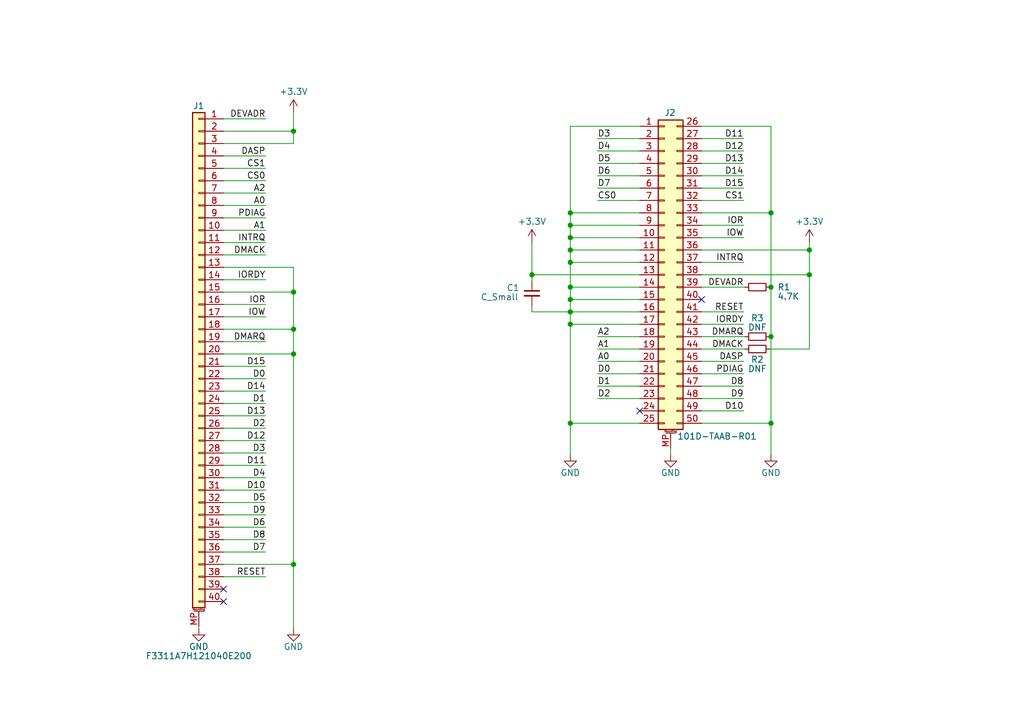
<source format=kicad_sch>
(kicad_sch (version 20230121) (generator eeschema)

  (uuid 3694cb92-4b23-4996-9c38-04fc56c1e96f)

  (paper "A5")

  (lib_symbols
    (symbol "Connector_Generic_MountingPin:Conn_01x40_MountingPin" (pin_names (offset 1.016) hide) (in_bom yes) (on_board yes)
      (property "Reference" "J" (at 0 50.8 0)
        (effects (font (size 1.27 1.27)))
      )
      (property "Value" "Conn_01x40_MountingPin" (at 1.27 -53.34 0)
        (effects (font (size 1.27 1.27)) (justify left))
      )
      (property "Footprint" "" (at 0 0 0)
        (effects (font (size 1.27 1.27)) hide)
      )
      (property "Datasheet" "~" (at 0 0 0)
        (effects (font (size 1.27 1.27)) hide)
      )
      (property "ki_keywords" "connector" (at 0 0 0)
        (effects (font (size 1.27 1.27)) hide)
      )
      (property "ki_description" "Generic connectable mounting pin connector, single row, 01x40, script generated (kicad-library-utils/schlib/autogen/connector/)" (at 0 0 0)
        (effects (font (size 1.27 1.27)) hide)
      )
      (property "ki_fp_filters" "Connector*:*_1x??-1MP*" (at 0 0 0)
        (effects (font (size 1.27 1.27)) hide)
      )
      (symbol "Conn_01x40_MountingPin_1_1"
        (rectangle (start -1.27 -50.673) (end 0 -50.927)
          (stroke (width 0.1524) (type default))
          (fill (type none))
        )
        (rectangle (start -1.27 -48.133) (end 0 -48.387)
          (stroke (width 0.1524) (type default))
          (fill (type none))
        )
        (rectangle (start -1.27 -45.593) (end 0 -45.847)
          (stroke (width 0.1524) (type default))
          (fill (type none))
        )
        (rectangle (start -1.27 -43.053) (end 0 -43.307)
          (stroke (width 0.1524) (type default))
          (fill (type none))
        )
        (rectangle (start -1.27 -40.513) (end 0 -40.767)
          (stroke (width 0.1524) (type default))
          (fill (type none))
        )
        (rectangle (start -1.27 -37.973) (end 0 -38.227)
          (stroke (width 0.1524) (type default))
          (fill (type none))
        )
        (rectangle (start -1.27 -35.433) (end 0 -35.687)
          (stroke (width 0.1524) (type default))
          (fill (type none))
        )
        (rectangle (start -1.27 -32.893) (end 0 -33.147)
          (stroke (width 0.1524) (type default))
          (fill (type none))
        )
        (rectangle (start -1.27 -30.353) (end 0 -30.607)
          (stroke (width 0.1524) (type default))
          (fill (type none))
        )
        (rectangle (start -1.27 -27.813) (end 0 -28.067)
          (stroke (width 0.1524) (type default))
          (fill (type none))
        )
        (rectangle (start -1.27 -25.273) (end 0 -25.527)
          (stroke (width 0.1524) (type default))
          (fill (type none))
        )
        (rectangle (start -1.27 -22.733) (end 0 -22.987)
          (stroke (width 0.1524) (type default))
          (fill (type none))
        )
        (rectangle (start -1.27 -20.193) (end 0 -20.447)
          (stroke (width 0.1524) (type default))
          (fill (type none))
        )
        (rectangle (start -1.27 -17.653) (end 0 -17.907)
          (stroke (width 0.1524) (type default))
          (fill (type none))
        )
        (rectangle (start -1.27 -15.113) (end 0 -15.367)
          (stroke (width 0.1524) (type default))
          (fill (type none))
        )
        (rectangle (start -1.27 -12.573) (end 0 -12.827)
          (stroke (width 0.1524) (type default))
          (fill (type none))
        )
        (rectangle (start -1.27 -10.033) (end 0 -10.287)
          (stroke (width 0.1524) (type default))
          (fill (type none))
        )
        (rectangle (start -1.27 -7.493) (end 0 -7.747)
          (stroke (width 0.1524) (type default))
          (fill (type none))
        )
        (rectangle (start -1.27 -4.953) (end 0 -5.207)
          (stroke (width 0.1524) (type default))
          (fill (type none))
        )
        (rectangle (start -1.27 -2.413) (end 0 -2.667)
          (stroke (width 0.1524) (type default))
          (fill (type none))
        )
        (rectangle (start -1.27 0.127) (end 0 -0.127)
          (stroke (width 0.1524) (type default))
          (fill (type none))
        )
        (rectangle (start -1.27 2.667) (end 0 2.413)
          (stroke (width 0.1524) (type default))
          (fill (type none))
        )
        (rectangle (start -1.27 5.207) (end 0 4.953)
          (stroke (width 0.1524) (type default))
          (fill (type none))
        )
        (rectangle (start -1.27 7.747) (end 0 7.493)
          (stroke (width 0.1524) (type default))
          (fill (type none))
        )
        (rectangle (start -1.27 10.287) (end 0 10.033)
          (stroke (width 0.1524) (type default))
          (fill (type none))
        )
        (rectangle (start -1.27 12.827) (end 0 12.573)
          (stroke (width 0.1524) (type default))
          (fill (type none))
        )
        (rectangle (start -1.27 15.367) (end 0 15.113)
          (stroke (width 0.1524) (type default))
          (fill (type none))
        )
        (rectangle (start -1.27 17.907) (end 0 17.653)
          (stroke (width 0.1524) (type default))
          (fill (type none))
        )
        (rectangle (start -1.27 20.447) (end 0 20.193)
          (stroke (width 0.1524) (type default))
          (fill (type none))
        )
        (rectangle (start -1.27 22.987) (end 0 22.733)
          (stroke (width 0.1524) (type default))
          (fill (type none))
        )
        (rectangle (start -1.27 25.527) (end 0 25.273)
          (stroke (width 0.1524) (type default))
          (fill (type none))
        )
        (rectangle (start -1.27 28.067) (end 0 27.813)
          (stroke (width 0.1524) (type default))
          (fill (type none))
        )
        (rectangle (start -1.27 30.607) (end 0 30.353)
          (stroke (width 0.1524) (type default))
          (fill (type none))
        )
        (rectangle (start -1.27 33.147) (end 0 32.893)
          (stroke (width 0.1524) (type default))
          (fill (type none))
        )
        (rectangle (start -1.27 35.687) (end 0 35.433)
          (stroke (width 0.1524) (type default))
          (fill (type none))
        )
        (rectangle (start -1.27 38.227) (end 0 37.973)
          (stroke (width 0.1524) (type default))
          (fill (type none))
        )
        (rectangle (start -1.27 40.767) (end 0 40.513)
          (stroke (width 0.1524) (type default))
          (fill (type none))
        )
        (rectangle (start -1.27 43.307) (end 0 43.053)
          (stroke (width 0.1524) (type default))
          (fill (type none))
        )
        (rectangle (start -1.27 45.847) (end 0 45.593)
          (stroke (width 0.1524) (type default))
          (fill (type none))
        )
        (rectangle (start -1.27 48.387) (end 0 48.133)
          (stroke (width 0.1524) (type default))
          (fill (type none))
        )
        (rectangle (start -1.27 49.53) (end 1.27 -52.07)
          (stroke (width 0.254) (type default))
          (fill (type background))
        )
        (polyline
          (pts
            (xy -1.016 -52.832)
            (xy 1.016 -52.832)
          )
          (stroke (width 0.1524) (type default))
          (fill (type none))
        )
        (text "Mounting" (at 0 -52.451 0)
          (effects (font (size 0.381 0.381)))
        )
        (pin passive line (at -5.08 48.26 0) (length 3.81)
          (name "Pin_1" (effects (font (size 1.27 1.27))))
          (number "1" (effects (font (size 1.27 1.27))))
        )
        (pin passive line (at -5.08 25.4 0) (length 3.81)
          (name "Pin_10" (effects (font (size 1.27 1.27))))
          (number "10" (effects (font (size 1.27 1.27))))
        )
        (pin passive line (at -5.08 22.86 0) (length 3.81)
          (name "Pin_11" (effects (font (size 1.27 1.27))))
          (number "11" (effects (font (size 1.27 1.27))))
        )
        (pin passive line (at -5.08 20.32 0) (length 3.81)
          (name "Pin_12" (effects (font (size 1.27 1.27))))
          (number "12" (effects (font (size 1.27 1.27))))
        )
        (pin passive line (at -5.08 17.78 0) (length 3.81)
          (name "Pin_13" (effects (font (size 1.27 1.27))))
          (number "13" (effects (font (size 1.27 1.27))))
        )
        (pin passive line (at -5.08 15.24 0) (length 3.81)
          (name "Pin_14" (effects (font (size 1.27 1.27))))
          (number "14" (effects (font (size 1.27 1.27))))
        )
        (pin passive line (at -5.08 12.7 0) (length 3.81)
          (name "Pin_15" (effects (font (size 1.27 1.27))))
          (number "15" (effects (font (size 1.27 1.27))))
        )
        (pin passive line (at -5.08 10.16 0) (length 3.81)
          (name "Pin_16" (effects (font (size 1.27 1.27))))
          (number "16" (effects (font (size 1.27 1.27))))
        )
        (pin passive line (at -5.08 7.62 0) (length 3.81)
          (name "Pin_17" (effects (font (size 1.27 1.27))))
          (number "17" (effects (font (size 1.27 1.27))))
        )
        (pin passive line (at -5.08 5.08 0) (length 3.81)
          (name "Pin_18" (effects (font (size 1.27 1.27))))
          (number "18" (effects (font (size 1.27 1.27))))
        )
        (pin passive line (at -5.08 2.54 0) (length 3.81)
          (name "Pin_19" (effects (font (size 1.27 1.27))))
          (number "19" (effects (font (size 1.27 1.27))))
        )
        (pin passive line (at -5.08 45.72 0) (length 3.81)
          (name "Pin_2" (effects (font (size 1.27 1.27))))
          (number "2" (effects (font (size 1.27 1.27))))
        )
        (pin passive line (at -5.08 0 0) (length 3.81)
          (name "Pin_20" (effects (font (size 1.27 1.27))))
          (number "20" (effects (font (size 1.27 1.27))))
        )
        (pin passive line (at -5.08 -2.54 0) (length 3.81)
          (name "Pin_21" (effects (font (size 1.27 1.27))))
          (number "21" (effects (font (size 1.27 1.27))))
        )
        (pin passive line (at -5.08 -5.08 0) (length 3.81)
          (name "Pin_22" (effects (font (size 1.27 1.27))))
          (number "22" (effects (font (size 1.27 1.27))))
        )
        (pin passive line (at -5.08 -7.62 0) (length 3.81)
          (name "Pin_23" (effects (font (size 1.27 1.27))))
          (number "23" (effects (font (size 1.27 1.27))))
        )
        (pin passive line (at -5.08 -10.16 0) (length 3.81)
          (name "Pin_24" (effects (font (size 1.27 1.27))))
          (number "24" (effects (font (size 1.27 1.27))))
        )
        (pin passive line (at -5.08 -12.7 0) (length 3.81)
          (name "Pin_25" (effects (font (size 1.27 1.27))))
          (number "25" (effects (font (size 1.27 1.27))))
        )
        (pin passive line (at -5.08 -15.24 0) (length 3.81)
          (name "Pin_26" (effects (font (size 1.27 1.27))))
          (number "26" (effects (font (size 1.27 1.27))))
        )
        (pin passive line (at -5.08 -17.78 0) (length 3.81)
          (name "Pin_27" (effects (font (size 1.27 1.27))))
          (number "27" (effects (font (size 1.27 1.27))))
        )
        (pin passive line (at -5.08 -20.32 0) (length 3.81)
          (name "Pin_28" (effects (font (size 1.27 1.27))))
          (number "28" (effects (font (size 1.27 1.27))))
        )
        (pin passive line (at -5.08 -22.86 0) (length 3.81)
          (name "Pin_29" (effects (font (size 1.27 1.27))))
          (number "29" (effects (font (size 1.27 1.27))))
        )
        (pin passive line (at -5.08 43.18 0) (length 3.81)
          (name "Pin_3" (effects (font (size 1.27 1.27))))
          (number "3" (effects (font (size 1.27 1.27))))
        )
        (pin passive line (at -5.08 -25.4 0) (length 3.81)
          (name "Pin_30" (effects (font (size 1.27 1.27))))
          (number "30" (effects (font (size 1.27 1.27))))
        )
        (pin passive line (at -5.08 -27.94 0) (length 3.81)
          (name "Pin_31" (effects (font (size 1.27 1.27))))
          (number "31" (effects (font (size 1.27 1.27))))
        )
        (pin passive line (at -5.08 -30.48 0) (length 3.81)
          (name "Pin_32" (effects (font (size 1.27 1.27))))
          (number "32" (effects (font (size 1.27 1.27))))
        )
        (pin passive line (at -5.08 -33.02 0) (length 3.81)
          (name "Pin_33" (effects (font (size 1.27 1.27))))
          (number "33" (effects (font (size 1.27 1.27))))
        )
        (pin passive line (at -5.08 -35.56 0) (length 3.81)
          (name "Pin_34" (effects (font (size 1.27 1.27))))
          (number "34" (effects (font (size 1.27 1.27))))
        )
        (pin passive line (at -5.08 -38.1 0) (length 3.81)
          (name "Pin_35" (effects (font (size 1.27 1.27))))
          (number "35" (effects (font (size 1.27 1.27))))
        )
        (pin passive line (at -5.08 -40.64 0) (length 3.81)
          (name "Pin_36" (effects (font (size 1.27 1.27))))
          (number "36" (effects (font (size 1.27 1.27))))
        )
        (pin passive line (at -5.08 -43.18 0) (length 3.81)
          (name "Pin_37" (effects (font (size 1.27 1.27))))
          (number "37" (effects (font (size 1.27 1.27))))
        )
        (pin passive line (at -5.08 -45.72 0) (length 3.81)
          (name "Pin_38" (effects (font (size 1.27 1.27))))
          (number "38" (effects (font (size 1.27 1.27))))
        )
        (pin passive line (at -5.08 -48.26 0) (length 3.81)
          (name "Pin_39" (effects (font (size 1.27 1.27))))
          (number "39" (effects (font (size 1.27 1.27))))
        )
        (pin passive line (at -5.08 40.64 0) (length 3.81)
          (name "Pin_4" (effects (font (size 1.27 1.27))))
          (number "4" (effects (font (size 1.27 1.27))))
        )
        (pin passive line (at -5.08 -50.8 0) (length 3.81)
          (name "Pin_40" (effects (font (size 1.27 1.27))))
          (number "40" (effects (font (size 1.27 1.27))))
        )
        (pin passive line (at -5.08 38.1 0) (length 3.81)
          (name "Pin_5" (effects (font (size 1.27 1.27))))
          (number "5" (effects (font (size 1.27 1.27))))
        )
        (pin passive line (at -5.08 35.56 0) (length 3.81)
          (name "Pin_6" (effects (font (size 1.27 1.27))))
          (number "6" (effects (font (size 1.27 1.27))))
        )
        (pin passive line (at -5.08 33.02 0) (length 3.81)
          (name "Pin_7" (effects (font (size 1.27 1.27))))
          (number "7" (effects (font (size 1.27 1.27))))
        )
        (pin passive line (at -5.08 30.48 0) (length 3.81)
          (name "Pin_8" (effects (font (size 1.27 1.27))))
          (number "8" (effects (font (size 1.27 1.27))))
        )
        (pin passive line (at -5.08 27.94 0) (length 3.81)
          (name "Pin_9" (effects (font (size 1.27 1.27))))
          (number "9" (effects (font (size 1.27 1.27))))
        )
        (pin passive line (at 0 -55.88 90) (length 3.048)
          (name "MountPin" (effects (font (size 1.27 1.27))))
          (number "MP" (effects (font (size 1.27 1.27))))
        )
      )
    )
    (symbol "Connector_Generic_MountingPin:Conn_02x25_Top_Bottom_MountingPin" (pin_names (offset 1.016) hide) (in_bom yes) (on_board yes)
      (property "Reference" "J" (at 1.27 33.02 0)
        (effects (font (size 1.27 1.27)))
      )
      (property "Value" "Conn_02x25_Top_Bottom_MountingPin" (at 2.54 -33.02 0)
        (effects (font (size 1.27 1.27)) (justify left))
      )
      (property "Footprint" "" (at 0 0 0)
        (effects (font (size 1.27 1.27)) hide)
      )
      (property "Datasheet" "~" (at 0 0 0)
        (effects (font (size 1.27 1.27)) hide)
      )
      (property "ki_keywords" "connector" (at 0 0 0)
        (effects (font (size 1.27 1.27)) hide)
      )
      (property "ki_description" "Generic connectable mounting pin connector, double row, 02x25, top/bottom pin numbering scheme (row 1: 1...pins_per_row, row2: pins_per_row+1 ... num_pins), script generated (kicad-library-utils/schlib/autogen/connector/)" (at 0 0 0)
        (effects (font (size 1.27 1.27)) hide)
      )
      (property "ki_fp_filters" "Connector*:*_2x??-1MP*" (at 0 0 0)
        (effects (font (size 1.27 1.27)) hide)
      )
      (symbol "Conn_02x25_Top_Bottom_MountingPin_1_1"
        (rectangle (start -1.27 -30.353) (end 0 -30.607)
          (stroke (width 0.1524) (type default))
          (fill (type none))
        )
        (rectangle (start -1.27 -27.813) (end 0 -28.067)
          (stroke (width 0.1524) (type default))
          (fill (type none))
        )
        (rectangle (start -1.27 -25.273) (end 0 -25.527)
          (stroke (width 0.1524) (type default))
          (fill (type none))
        )
        (rectangle (start -1.27 -22.733) (end 0 -22.987)
          (stroke (width 0.1524) (type default))
          (fill (type none))
        )
        (rectangle (start -1.27 -20.193) (end 0 -20.447)
          (stroke (width 0.1524) (type default))
          (fill (type none))
        )
        (rectangle (start -1.27 -17.653) (end 0 -17.907)
          (stroke (width 0.1524) (type default))
          (fill (type none))
        )
        (rectangle (start -1.27 -15.113) (end 0 -15.367)
          (stroke (width 0.1524) (type default))
          (fill (type none))
        )
        (rectangle (start -1.27 -12.573) (end 0 -12.827)
          (stroke (width 0.1524) (type default))
          (fill (type none))
        )
        (rectangle (start -1.27 -10.033) (end 0 -10.287)
          (stroke (width 0.1524) (type default))
          (fill (type none))
        )
        (rectangle (start -1.27 -7.493) (end 0 -7.747)
          (stroke (width 0.1524) (type default))
          (fill (type none))
        )
        (rectangle (start -1.27 -4.953) (end 0 -5.207)
          (stroke (width 0.1524) (type default))
          (fill (type none))
        )
        (rectangle (start -1.27 -2.413) (end 0 -2.667)
          (stroke (width 0.1524) (type default))
          (fill (type none))
        )
        (rectangle (start -1.27 0.127) (end 0 -0.127)
          (stroke (width 0.1524) (type default))
          (fill (type none))
        )
        (rectangle (start -1.27 2.667) (end 0 2.413)
          (stroke (width 0.1524) (type default))
          (fill (type none))
        )
        (rectangle (start -1.27 5.207) (end 0 4.953)
          (stroke (width 0.1524) (type default))
          (fill (type none))
        )
        (rectangle (start -1.27 7.747) (end 0 7.493)
          (stroke (width 0.1524) (type default))
          (fill (type none))
        )
        (rectangle (start -1.27 10.287) (end 0 10.033)
          (stroke (width 0.1524) (type default))
          (fill (type none))
        )
        (rectangle (start -1.27 12.827) (end 0 12.573)
          (stroke (width 0.1524) (type default))
          (fill (type none))
        )
        (rectangle (start -1.27 15.367) (end 0 15.113)
          (stroke (width 0.1524) (type default))
          (fill (type none))
        )
        (rectangle (start -1.27 17.907) (end 0 17.653)
          (stroke (width 0.1524) (type default))
          (fill (type none))
        )
        (rectangle (start -1.27 20.447) (end 0 20.193)
          (stroke (width 0.1524) (type default))
          (fill (type none))
        )
        (rectangle (start -1.27 22.987) (end 0 22.733)
          (stroke (width 0.1524) (type default))
          (fill (type none))
        )
        (rectangle (start -1.27 25.527) (end 0 25.273)
          (stroke (width 0.1524) (type default))
          (fill (type none))
        )
        (rectangle (start -1.27 28.067) (end 0 27.813)
          (stroke (width 0.1524) (type default))
          (fill (type none))
        )
        (rectangle (start -1.27 30.607) (end 0 30.353)
          (stroke (width 0.1524) (type default))
          (fill (type none))
        )
        (rectangle (start -1.27 31.75) (end 3.81 -31.75)
          (stroke (width 0.254) (type default))
          (fill (type background))
        )
        (polyline
          (pts
            (xy 0.254 -32.512)
            (xy 2.286 -32.512)
          )
          (stroke (width 0.1524) (type default))
          (fill (type none))
        )
        (rectangle (start 3.81 -30.353) (end 2.54 -30.607)
          (stroke (width 0.1524) (type default))
          (fill (type none))
        )
        (rectangle (start 3.81 -27.813) (end 2.54 -28.067)
          (stroke (width 0.1524) (type default))
          (fill (type none))
        )
        (rectangle (start 3.81 -25.273) (end 2.54 -25.527)
          (stroke (width 0.1524) (type default))
          (fill (type none))
        )
        (rectangle (start 3.81 -22.733) (end 2.54 -22.987)
          (stroke (width 0.1524) (type default))
          (fill (type none))
        )
        (rectangle (start 3.81 -20.193) (end 2.54 -20.447)
          (stroke (width 0.1524) (type default))
          (fill (type none))
        )
        (rectangle (start 3.81 -17.653) (end 2.54 -17.907)
          (stroke (width 0.1524) (type default))
          (fill (type none))
        )
        (rectangle (start 3.81 -15.113) (end 2.54 -15.367)
          (stroke (width 0.1524) (type default))
          (fill (type none))
        )
        (rectangle (start 3.81 -12.573) (end 2.54 -12.827)
          (stroke (width 0.1524) (type default))
          (fill (type none))
        )
        (rectangle (start 3.81 -10.033) (end 2.54 -10.287)
          (stroke (width 0.1524) (type default))
          (fill (type none))
        )
        (rectangle (start 3.81 -7.493) (end 2.54 -7.747)
          (stroke (width 0.1524) (type default))
          (fill (type none))
        )
        (rectangle (start 3.81 -4.953) (end 2.54 -5.207)
          (stroke (width 0.1524) (type default))
          (fill (type none))
        )
        (rectangle (start 3.81 -2.413) (end 2.54 -2.667)
          (stroke (width 0.1524) (type default))
          (fill (type none))
        )
        (rectangle (start 3.81 0.127) (end 2.54 -0.127)
          (stroke (width 0.1524) (type default))
          (fill (type none))
        )
        (rectangle (start 3.81 2.667) (end 2.54 2.413)
          (stroke (width 0.1524) (type default))
          (fill (type none))
        )
        (rectangle (start 3.81 5.207) (end 2.54 4.953)
          (stroke (width 0.1524) (type default))
          (fill (type none))
        )
        (rectangle (start 3.81 7.747) (end 2.54 7.493)
          (stroke (width 0.1524) (type default))
          (fill (type none))
        )
        (rectangle (start 3.81 10.287) (end 2.54 10.033)
          (stroke (width 0.1524) (type default))
          (fill (type none))
        )
        (rectangle (start 3.81 12.827) (end 2.54 12.573)
          (stroke (width 0.1524) (type default))
          (fill (type none))
        )
        (rectangle (start 3.81 15.367) (end 2.54 15.113)
          (stroke (width 0.1524) (type default))
          (fill (type none))
        )
        (rectangle (start 3.81 17.907) (end 2.54 17.653)
          (stroke (width 0.1524) (type default))
          (fill (type none))
        )
        (rectangle (start 3.81 20.447) (end 2.54 20.193)
          (stroke (width 0.1524) (type default))
          (fill (type none))
        )
        (rectangle (start 3.81 22.987) (end 2.54 22.733)
          (stroke (width 0.1524) (type default))
          (fill (type none))
        )
        (rectangle (start 3.81 25.527) (end 2.54 25.273)
          (stroke (width 0.1524) (type default))
          (fill (type none))
        )
        (rectangle (start 3.81 28.067) (end 2.54 27.813)
          (stroke (width 0.1524) (type default))
          (fill (type none))
        )
        (rectangle (start 3.81 30.607) (end 2.54 30.353)
          (stroke (width 0.1524) (type default))
          (fill (type none))
        )
        (text "Mounting" (at 1.27 -32.131 0)
          (effects (font (size 0.381 0.381)))
        )
        (pin passive line (at -5.08 30.48 0) (length 3.81)
          (name "Pin_1" (effects (font (size 1.27 1.27))))
          (number "1" (effects (font (size 1.27 1.27))))
        )
        (pin passive line (at -5.08 7.62 0) (length 3.81)
          (name "Pin_10" (effects (font (size 1.27 1.27))))
          (number "10" (effects (font (size 1.27 1.27))))
        )
        (pin passive line (at -5.08 5.08 0) (length 3.81)
          (name "Pin_11" (effects (font (size 1.27 1.27))))
          (number "11" (effects (font (size 1.27 1.27))))
        )
        (pin passive line (at -5.08 2.54 0) (length 3.81)
          (name "Pin_12" (effects (font (size 1.27 1.27))))
          (number "12" (effects (font (size 1.27 1.27))))
        )
        (pin passive line (at -5.08 0 0) (length 3.81)
          (name "Pin_13" (effects (font (size 1.27 1.27))))
          (number "13" (effects (font (size 1.27 1.27))))
        )
        (pin passive line (at -5.08 -2.54 0) (length 3.81)
          (name "Pin_14" (effects (font (size 1.27 1.27))))
          (number "14" (effects (font (size 1.27 1.27))))
        )
        (pin passive line (at -5.08 -5.08 0) (length 3.81)
          (name "Pin_15" (effects (font (size 1.27 1.27))))
          (number "15" (effects (font (size 1.27 1.27))))
        )
        (pin passive line (at -5.08 -7.62 0) (length 3.81)
          (name "Pin_16" (effects (font (size 1.27 1.27))))
          (number "16" (effects (font (size 1.27 1.27))))
        )
        (pin passive line (at -5.08 -10.16 0) (length 3.81)
          (name "Pin_17" (effects (font (size 1.27 1.27))))
          (number "17" (effects (font (size 1.27 1.27))))
        )
        (pin passive line (at -5.08 -12.7 0) (length 3.81)
          (name "Pin_18" (effects (font (size 1.27 1.27))))
          (number "18" (effects (font (size 1.27 1.27))))
        )
        (pin passive line (at -5.08 -15.24 0) (length 3.81)
          (name "Pin_19" (effects (font (size 1.27 1.27))))
          (number "19" (effects (font (size 1.27 1.27))))
        )
        (pin passive line (at -5.08 27.94 0) (length 3.81)
          (name "Pin_2" (effects (font (size 1.27 1.27))))
          (number "2" (effects (font (size 1.27 1.27))))
        )
        (pin passive line (at -5.08 -17.78 0) (length 3.81)
          (name "Pin_20" (effects (font (size 1.27 1.27))))
          (number "20" (effects (font (size 1.27 1.27))))
        )
        (pin passive line (at -5.08 -20.32 0) (length 3.81)
          (name "Pin_21" (effects (font (size 1.27 1.27))))
          (number "21" (effects (font (size 1.27 1.27))))
        )
        (pin passive line (at -5.08 -22.86 0) (length 3.81)
          (name "Pin_22" (effects (font (size 1.27 1.27))))
          (number "22" (effects (font (size 1.27 1.27))))
        )
        (pin passive line (at -5.08 -25.4 0) (length 3.81)
          (name "Pin_23" (effects (font (size 1.27 1.27))))
          (number "23" (effects (font (size 1.27 1.27))))
        )
        (pin passive line (at -5.08 -27.94 0) (length 3.81)
          (name "Pin_24" (effects (font (size 1.27 1.27))))
          (number "24" (effects (font (size 1.27 1.27))))
        )
        (pin passive line (at -5.08 -30.48 0) (length 3.81)
          (name "Pin_25" (effects (font (size 1.27 1.27))))
          (number "25" (effects (font (size 1.27 1.27))))
        )
        (pin passive line (at 7.62 30.48 180) (length 3.81)
          (name "Pin_26" (effects (font (size 1.27 1.27))))
          (number "26" (effects (font (size 1.27 1.27))))
        )
        (pin passive line (at 7.62 27.94 180) (length 3.81)
          (name "Pin_27" (effects (font (size 1.27 1.27))))
          (number "27" (effects (font (size 1.27 1.27))))
        )
        (pin passive line (at 7.62 25.4 180) (length 3.81)
          (name "Pin_28" (effects (font (size 1.27 1.27))))
          (number "28" (effects (font (size 1.27 1.27))))
        )
        (pin passive line (at 7.62 22.86 180) (length 3.81)
          (name "Pin_29" (effects (font (size 1.27 1.27))))
          (number "29" (effects (font (size 1.27 1.27))))
        )
        (pin passive line (at -5.08 25.4 0) (length 3.81)
          (name "Pin_3" (effects (font (size 1.27 1.27))))
          (number "3" (effects (font (size 1.27 1.27))))
        )
        (pin passive line (at 7.62 20.32 180) (length 3.81)
          (name "Pin_30" (effects (font (size 1.27 1.27))))
          (number "30" (effects (font (size 1.27 1.27))))
        )
        (pin passive line (at 7.62 17.78 180) (length 3.81)
          (name "Pin_31" (effects (font (size 1.27 1.27))))
          (number "31" (effects (font (size 1.27 1.27))))
        )
        (pin passive line (at 7.62 15.24 180) (length 3.81)
          (name "Pin_32" (effects (font (size 1.27 1.27))))
          (number "32" (effects (font (size 1.27 1.27))))
        )
        (pin passive line (at 7.62 12.7 180) (length 3.81)
          (name "Pin_33" (effects (font (size 1.27 1.27))))
          (number "33" (effects (font (size 1.27 1.27))))
        )
        (pin passive line (at 7.62 10.16 180) (length 3.81)
          (name "Pin_34" (effects (font (size 1.27 1.27))))
          (number "34" (effects (font (size 1.27 1.27))))
        )
        (pin passive line (at 7.62 7.62 180) (length 3.81)
          (name "Pin_35" (effects (font (size 1.27 1.27))))
          (number "35" (effects (font (size 1.27 1.27))))
        )
        (pin passive line (at 7.62 5.08 180) (length 3.81)
          (name "Pin_36" (effects (font (size 1.27 1.27))))
          (number "36" (effects (font (size 1.27 1.27))))
        )
        (pin passive line (at 7.62 2.54 180) (length 3.81)
          (name "Pin_37" (effects (font (size 1.27 1.27))))
          (number "37" (effects (font (size 1.27 1.27))))
        )
        (pin passive line (at 7.62 0 180) (length 3.81)
          (name "Pin_38" (effects (font (size 1.27 1.27))))
          (number "38" (effects (font (size 1.27 1.27))))
        )
        (pin passive line (at 7.62 -2.54 180) (length 3.81)
          (name "Pin_39" (effects (font (size 1.27 1.27))))
          (number "39" (effects (font (size 1.27 1.27))))
        )
        (pin passive line (at -5.08 22.86 0) (length 3.81)
          (name "Pin_4" (effects (font (size 1.27 1.27))))
          (number "4" (effects (font (size 1.27 1.27))))
        )
        (pin passive line (at 7.62 -5.08 180) (length 3.81)
          (name "Pin_40" (effects (font (size 1.27 1.27))))
          (number "40" (effects (font (size 1.27 1.27))))
        )
        (pin passive line (at 7.62 -7.62 180) (length 3.81)
          (name "Pin_41" (effects (font (size 1.27 1.27))))
          (number "41" (effects (font (size 1.27 1.27))))
        )
        (pin passive line (at 7.62 -10.16 180) (length 3.81)
          (name "Pin_42" (effects (font (size 1.27 1.27))))
          (number "42" (effects (font (size 1.27 1.27))))
        )
        (pin passive line (at 7.62 -12.7 180) (length 3.81)
          (name "Pin_43" (effects (font (size 1.27 1.27))))
          (number "43" (effects (font (size 1.27 1.27))))
        )
        (pin passive line (at 7.62 -15.24 180) (length 3.81)
          (name "Pin_44" (effects (font (size 1.27 1.27))))
          (number "44" (effects (font (size 1.27 1.27))))
        )
        (pin passive line (at 7.62 -17.78 180) (length 3.81)
          (name "Pin_45" (effects (font (size 1.27 1.27))))
          (number "45" (effects (font (size 1.27 1.27))))
        )
        (pin passive line (at 7.62 -20.32 180) (length 3.81)
          (name "Pin_46" (effects (font (size 1.27 1.27))))
          (number "46" (effects (font (size 1.27 1.27))))
        )
        (pin passive line (at 7.62 -22.86 180) (length 3.81)
          (name "Pin_47" (effects (font (size 1.27 1.27))))
          (number "47" (effects (font (size 1.27 1.27))))
        )
        (pin passive line (at 7.62 -25.4 180) (length 3.81)
          (name "Pin_48" (effects (font (size 1.27 1.27))))
          (number "48" (effects (font (size 1.27 1.27))))
        )
        (pin passive line (at 7.62 -27.94 180) (length 3.81)
          (name "Pin_49" (effects (font (size 1.27 1.27))))
          (number "49" (effects (font (size 1.27 1.27))))
        )
        (pin passive line (at -5.08 20.32 0) (length 3.81)
          (name "Pin_5" (effects (font (size 1.27 1.27))))
          (number "5" (effects (font (size 1.27 1.27))))
        )
        (pin passive line (at 7.62 -30.48 180) (length 3.81)
          (name "Pin_50" (effects (font (size 1.27 1.27))))
          (number "50" (effects (font (size 1.27 1.27))))
        )
        (pin passive line (at -5.08 17.78 0) (length 3.81)
          (name "Pin_6" (effects (font (size 1.27 1.27))))
          (number "6" (effects (font (size 1.27 1.27))))
        )
        (pin passive line (at -5.08 15.24 0) (length 3.81)
          (name "Pin_7" (effects (font (size 1.27 1.27))))
          (number "7" (effects (font (size 1.27 1.27))))
        )
        (pin passive line (at -5.08 12.7 0) (length 3.81)
          (name "Pin_8" (effects (font (size 1.27 1.27))))
          (number "8" (effects (font (size 1.27 1.27))))
        )
        (pin passive line (at -5.08 10.16 0) (length 3.81)
          (name "Pin_9" (effects (font (size 1.27 1.27))))
          (number "9" (effects (font (size 1.27 1.27))))
        )
        (pin passive line (at 1.27 -35.56 90) (length 3.048)
          (name "MountPin" (effects (font (size 1.27 1.27))))
          (number "MP" (effects (font (size 1.27 1.27))))
        )
      )
    )
    (symbol "Device:C_Small" (pin_numbers hide) (pin_names (offset 0.254) hide) (in_bom yes) (on_board yes)
      (property "Reference" "C" (at 0.254 1.778 0)
        (effects (font (size 1.27 1.27)) (justify left))
      )
      (property "Value" "C_Small" (at 0.254 -2.032 0)
        (effects (font (size 1.27 1.27)) (justify left))
      )
      (property "Footprint" "" (at 0 0 0)
        (effects (font (size 1.27 1.27)) hide)
      )
      (property "Datasheet" "~" (at 0 0 0)
        (effects (font (size 1.27 1.27)) hide)
      )
      (property "ki_keywords" "capacitor cap" (at 0 0 0)
        (effects (font (size 1.27 1.27)) hide)
      )
      (property "ki_description" "Unpolarized capacitor, small symbol" (at 0 0 0)
        (effects (font (size 1.27 1.27)) hide)
      )
      (property "ki_fp_filters" "C_*" (at 0 0 0)
        (effects (font (size 1.27 1.27)) hide)
      )
      (symbol "C_Small_0_1"
        (polyline
          (pts
            (xy -1.524 -0.508)
            (xy 1.524 -0.508)
          )
          (stroke (width 0.3302) (type default))
          (fill (type none))
        )
        (polyline
          (pts
            (xy -1.524 0.508)
            (xy 1.524 0.508)
          )
          (stroke (width 0.3048) (type default))
          (fill (type none))
        )
      )
      (symbol "C_Small_1_1"
        (pin passive line (at 0 2.54 270) (length 2.032)
          (name "~" (effects (font (size 1.27 1.27))))
          (number "1" (effects (font (size 1.27 1.27))))
        )
        (pin passive line (at 0 -2.54 90) (length 2.032)
          (name "~" (effects (font (size 1.27 1.27))))
          (number "2" (effects (font (size 1.27 1.27))))
        )
      )
    )
    (symbol "Device:R_Small" (pin_numbers hide) (pin_names (offset 0.254) hide) (in_bom yes) (on_board yes)
      (property "Reference" "R" (at 0.762 0.508 0)
        (effects (font (size 1.27 1.27)) (justify left))
      )
      (property "Value" "R_Small" (at 0.762 -1.016 0)
        (effects (font (size 1.27 1.27)) (justify left))
      )
      (property "Footprint" "" (at 0 0 0)
        (effects (font (size 1.27 1.27)) hide)
      )
      (property "Datasheet" "~" (at 0 0 0)
        (effects (font (size 1.27 1.27)) hide)
      )
      (property "ki_keywords" "R resistor" (at 0 0 0)
        (effects (font (size 1.27 1.27)) hide)
      )
      (property "ki_description" "Resistor, small symbol" (at 0 0 0)
        (effects (font (size 1.27 1.27)) hide)
      )
      (property "ki_fp_filters" "R_*" (at 0 0 0)
        (effects (font (size 1.27 1.27)) hide)
      )
      (symbol "R_Small_0_1"
        (rectangle (start -0.762 1.778) (end 0.762 -1.778)
          (stroke (width 0.2032) (type default))
          (fill (type none))
        )
      )
      (symbol "R_Small_1_1"
        (pin passive line (at 0 2.54 270) (length 0.762)
          (name "~" (effects (font (size 1.27 1.27))))
          (number "1" (effects (font (size 1.27 1.27))))
        )
        (pin passive line (at 0 -2.54 90) (length 0.762)
          (name "~" (effects (font (size 1.27 1.27))))
          (number "2" (effects (font (size 1.27 1.27))))
        )
      )
    )
    (symbol "power:+3.3V" (power) (pin_names (offset 0)) (in_bom yes) (on_board yes)
      (property "Reference" "#PWR" (at 0 -3.81 0)
        (effects (font (size 1.27 1.27)) hide)
      )
      (property "Value" "+3.3V" (at 0 3.556 0)
        (effects (font (size 1.27 1.27)))
      )
      (property "Footprint" "" (at 0 0 0)
        (effects (font (size 1.27 1.27)) hide)
      )
      (property "Datasheet" "" (at 0 0 0)
        (effects (font (size 1.27 1.27)) hide)
      )
      (property "ki_keywords" "global power" (at 0 0 0)
        (effects (font (size 1.27 1.27)) hide)
      )
      (property "ki_description" "Power symbol creates a global label with name \"+3.3V\"" (at 0 0 0)
        (effects (font (size 1.27 1.27)) hide)
      )
      (symbol "+3.3V_0_1"
        (polyline
          (pts
            (xy -0.762 1.27)
            (xy 0 2.54)
          )
          (stroke (width 0) (type default))
          (fill (type none))
        )
        (polyline
          (pts
            (xy 0 0)
            (xy 0 2.54)
          )
          (stroke (width 0) (type default))
          (fill (type none))
        )
        (polyline
          (pts
            (xy 0 2.54)
            (xy 0.762 1.27)
          )
          (stroke (width 0) (type default))
          (fill (type none))
        )
      )
      (symbol "+3.3V_1_1"
        (pin power_in line (at 0 0 90) (length 0) hide
          (name "+3.3V" (effects (font (size 1.27 1.27))))
          (number "1" (effects (font (size 1.27 1.27))))
        )
      )
    )
    (symbol "power:GND" (power) (pin_names (offset 0)) (in_bom yes) (on_board yes)
      (property "Reference" "#PWR" (at 0 -6.35 0)
        (effects (font (size 1.27 1.27)) hide)
      )
      (property "Value" "GND" (at 0 -3.81 0)
        (effects (font (size 1.27 1.27)))
      )
      (property "Footprint" "" (at 0 0 0)
        (effects (font (size 1.27 1.27)) hide)
      )
      (property "Datasheet" "" (at 0 0 0)
        (effects (font (size 1.27 1.27)) hide)
      )
      (property "ki_keywords" "global power" (at 0 0 0)
        (effects (font (size 1.27 1.27)) hide)
      )
      (property "ki_description" "Power symbol creates a global label with name \"GND\" , ground" (at 0 0 0)
        (effects (font (size 1.27 1.27)) hide)
      )
      (symbol "GND_0_1"
        (polyline
          (pts
            (xy 0 0)
            (xy 0 -1.27)
            (xy 1.27 -1.27)
            (xy 0 -2.54)
            (xy -1.27 -1.27)
            (xy 0 -1.27)
          )
          (stroke (width 0) (type default))
          (fill (type none))
        )
      )
      (symbol "GND_1_1"
        (pin power_in line (at 0 0 270) (length 0) hide
          (name "GND" (effects (font (size 1.27 1.27))))
          (number "1" (effects (font (size 1.27 1.27))))
        )
      )
    )
  )

  (junction (at 165.989 56.388) (diameter 0) (color 0 0 0 0)
    (uuid 205679fc-6464-4390-be92-57bd09f61058)
  )
  (junction (at 158.115 43.688) (diameter 0) (color 0 0 0 0)
    (uuid 2b7838ef-ba92-4b5e-b3d8-0910ce813f4b)
  )
  (junction (at 116.967 64.008) (diameter 0) (color 0 0 0 0)
    (uuid 3815394d-7d66-4a47-b6e3-5f79cea7fc15)
  )
  (junction (at 116.967 46.228) (diameter 0) (color 0 0 0 0)
    (uuid 3d77e703-1f00-429f-8197-7585a9dd29d3)
  )
  (junction (at 116.967 53.848) (diameter 0) (color 0 0 0 0)
    (uuid 46b43833-319c-4226-8157-6228fd10fb2d)
  )
  (junction (at 60.198 59.944) (diameter 0) (color 0 0 0 0)
    (uuid 47bb7382-1f75-45c9-b33e-9a488218341c)
  )
  (junction (at 60.198 72.644) (diameter 0) (color 0 0 0 0)
    (uuid 49701540-a0b6-431c-9107-524059b71a4d)
  )
  (junction (at 116.967 61.468) (diameter 0) (color 0 0 0 0)
    (uuid 66394e1d-c6f4-4f63-a20b-2188ec9e9032)
  )
  (junction (at 60.198 26.924) (diameter 0) (color 0 0 0 0)
    (uuid 6a0c2162-17c5-4e14-909a-e62877895b17)
  )
  (junction (at 165.989 51.308) (diameter 0) (color 0 0 0 0)
    (uuid 6d18bd3f-797a-4cf6-b8ac-469762e1054d)
  )
  (junction (at 60.198 67.564) (diameter 0) (color 0 0 0 0)
    (uuid 73402fe8-c2a4-4f15-a488-ce75d7519e54)
  )
  (junction (at 158.115 58.928) (diameter 0) (color 0 0 0 0)
    (uuid 75a4fe00-f15a-4c15-98e9-6a7bde02144f)
  )
  (junction (at 116.967 43.688) (diameter 0) (color 0 0 0 0)
    (uuid 9cc8160c-31a9-48c5-bedf-d304f73a8296)
  )
  (junction (at 109.093 56.388) (diameter 0) (color 0 0 0 0)
    (uuid 9cf988da-47db-4f99-94c8-1dc080bfdcdc)
  )
  (junction (at 116.967 86.868) (diameter 0) (color 0 0 0 0)
    (uuid 9d406e19-e1aa-4b95-8586-e9fec9856ba6)
  )
  (junction (at 116.967 48.768) (diameter 0) (color 0 0 0 0)
    (uuid a3c100dd-a629-48ed-87cd-4a34bec0085f)
  )
  (junction (at 116.967 51.308) (diameter 0) (color 0 0 0 0)
    (uuid a6de6a95-d8b7-44b2-b4e2-55e3f26d80c3)
  )
  (junction (at 60.198 115.824) (diameter 0) (color 0 0 0 0)
    (uuid b12f1f71-181f-496f-89c4-f7bf70de18dd)
  )
  (junction (at 158.115 69.088) (diameter 0) (color 0 0 0 0)
    (uuid d6655a9b-18c6-4a1f-b473-5f25c1dab2f3)
  )
  (junction (at 158.115 86.868) (diameter 0) (color 0 0 0 0)
    (uuid e31a0117-5c9b-43f2-9e49-9341b7a350d8)
  )
  (junction (at 116.967 58.928) (diameter 0) (color 0 0 0 0)
    (uuid e38bce4d-df68-47a1-8aed-b3b998095bc8)
  )
  (junction (at 116.967 66.548) (diameter 0) (color 0 0 0 0)
    (uuid f17480f8-b0c6-4a6c-bd74-514eb223a09d)
  )

  (no_connect (at 45.847 123.444) (uuid 1f370d2e-abf9-45e8-a57c-eda41e05e620))
  (no_connect (at 45.847 120.904) (uuid 5f089b35-18ee-4598-abb7-465269672580))
  (no_connect (at 143.891 61.468) (uuid b9bb2151-5e10-42c1-9b85-d418eecd4c17))
  (no_connect (at 131.191 84.328) (uuid d00dda4f-8fe3-477b-8ddc-715f44900de2))

  (wire (pts (xy 116.967 66.548) (xy 131.191 66.548))
    (stroke (width 0) (type default))
    (uuid 0253e79f-cea9-480d-80c3-d3a115e10555)
  )
  (wire (pts (xy 45.847 59.944) (xy 60.198 59.944))
    (stroke (width 0) (type default))
    (uuid 038a81ca-af39-4433-9b17-1267699715fd)
  )
  (wire (pts (xy 152.527 53.848) (xy 143.891 53.848))
    (stroke (width 0) (type default))
    (uuid 06acfd13-5a96-49d6-b397-57fa496eb3ea)
  )
  (wire (pts (xy 143.891 51.308) (xy 165.989 51.308))
    (stroke (width 0) (type default))
    (uuid 06fb3408-b401-4f4d-8452-1a50a0b4ddd9)
  )
  (wire (pts (xy 54.483 100.584) (xy 45.847 100.584))
    (stroke (width 0) (type default))
    (uuid 08d37894-c15c-4b4b-8c30-7f2b0c21db55)
  )
  (wire (pts (xy 54.483 85.344) (xy 45.847 85.344))
    (stroke (width 0) (type default))
    (uuid 0ebcbdde-cdaa-4308-b22a-e983bd821f2b)
  )
  (wire (pts (xy 122.555 30.988) (xy 131.191 30.988))
    (stroke (width 0) (type default))
    (uuid 0ec4e3d0-1ca8-4ee4-8e3c-60bb51a7138e)
  )
  (wire (pts (xy 54.483 34.544) (xy 45.847 34.544))
    (stroke (width 0) (type default))
    (uuid 0f8eaee6-24f0-4362-bce4-48930d663051)
  )
  (wire (pts (xy 54.483 82.804) (xy 45.847 82.804))
    (stroke (width 0) (type default))
    (uuid 118351d3-55de-47d7-b7c7-706ebae60bab)
  )
  (wire (pts (xy 54.483 90.424) (xy 45.847 90.424))
    (stroke (width 0) (type default))
    (uuid 11b5722f-86d0-4e9b-97bb-776eef2b82ab)
  )
  (wire (pts (xy 152.527 30.988) (xy 143.891 30.988))
    (stroke (width 0) (type default))
    (uuid 11e952ab-0491-4c7e-9ee3-7450b2ae608e)
  )
  (wire (pts (xy 158.115 86.868) (xy 158.115 93.345))
    (stroke (width 0) (type default))
    (uuid 1495f635-9ee3-4094-8138-363dad2d70ca)
  )
  (wire (pts (xy 60.198 115.824) (xy 60.198 129.032))
    (stroke (width 0) (type default))
    (uuid 16ebf1be-7279-4713-aa16-6b46d6b308e6)
  )
  (wire (pts (xy 60.198 72.644) (xy 60.198 115.824))
    (stroke (width 0) (type default))
    (uuid 1a04a040-b3ae-4dbd-955e-8b08307e8416)
  )
  (wire (pts (xy 54.483 24.384) (xy 45.847 24.384))
    (stroke (width 0) (type default))
    (uuid 1a7e639b-1286-4404-bbaa-f15cd91436bc)
  )
  (wire (pts (xy 165.989 51.308) (xy 165.989 56.388))
    (stroke (width 0) (type default))
    (uuid 1c5902cd-3536-4842-a2c8-bf6fb5164432)
  )
  (wire (pts (xy 116.967 43.688) (xy 131.191 43.688))
    (stroke (width 0) (type default))
    (uuid 1f349645-a835-43e4-81e8-4f7a7bf6f247)
  )
  (wire (pts (xy 54.483 39.624) (xy 45.847 39.624))
    (stroke (width 0) (type default))
    (uuid 246aba64-0e0d-46a5-85e8-0a109b788053)
  )
  (wire (pts (xy 116.967 25.908) (xy 116.967 43.688))
    (stroke (width 0) (type default))
    (uuid 2551296f-fcac-43ec-a3e2-03c4c2b854de)
  )
  (wire (pts (xy 116.967 46.228) (xy 131.191 46.228))
    (stroke (width 0) (type default))
    (uuid 25c9a8fa-d2f8-4a31-941a-2c51e6922088)
  )
  (wire (pts (xy 152.527 48.768) (xy 143.891 48.768))
    (stroke (width 0) (type default))
    (uuid 292dfd53-04e3-4ac3-9c1b-72a6139ddeab)
  )
  (wire (pts (xy 158.115 43.688) (xy 158.115 58.928))
    (stroke (width 0) (type default))
    (uuid 29d587ee-e225-4362-9f8a-be877118ccfd)
  )
  (wire (pts (xy 152.527 84.328) (xy 143.891 84.328))
    (stroke (width 0) (type default))
    (uuid 2a24715e-58ed-47de-b843-156e1e39aa09)
  )
  (wire (pts (xy 54.483 103.124) (xy 45.847 103.124))
    (stroke (width 0) (type default))
    (uuid 2bee671d-3757-4647-8975-e0e7b2b50cd9)
  )
  (wire (pts (xy 54.483 98.044) (xy 45.847 98.044))
    (stroke (width 0) (type default))
    (uuid 2e53251f-a5e4-4dd4-83ee-553904f36dc8)
  )
  (wire (pts (xy 60.198 54.864) (xy 60.198 59.944))
    (stroke (width 0) (type default))
    (uuid 3026af8c-4f05-424e-b188-ec5b5de03b77)
  )
  (wire (pts (xy 122.555 38.608) (xy 131.191 38.608))
    (stroke (width 0) (type default))
    (uuid 30b6bc12-5160-4878-a091-6f57f291ef1e)
  )
  (wire (pts (xy 122.555 36.068) (xy 131.191 36.068))
    (stroke (width 0) (type default))
    (uuid 31bdc21f-b1d2-4566-ab7c-4d2f393b9694)
  )
  (wire (pts (xy 116.967 66.548) (xy 116.967 86.868))
    (stroke (width 0) (type default))
    (uuid 321266b3-1b64-479b-b0dc-961d1d4853c1)
  )
  (wire (pts (xy 45.847 67.564) (xy 60.198 67.564))
    (stroke (width 0) (type default))
    (uuid 37208c16-5d75-4f15-8907-9ae62cef3d73)
  )
  (wire (pts (xy 45.847 26.924) (xy 60.198 26.924))
    (stroke (width 0) (type default))
    (uuid 383fdd5f-b801-473f-aad1-3d6282f2cb52)
  )
  (wire (pts (xy 122.555 33.528) (xy 131.191 33.528))
    (stroke (width 0) (type default))
    (uuid 3a636544-d549-4dfe-94d1-a1f2345e41a4)
  )
  (wire (pts (xy 143.891 58.928) (xy 152.781 58.928))
    (stroke (width 0) (type default))
    (uuid 3c63ac23-6bef-4cb9-a278-3eb723f38b71)
  )
  (wire (pts (xy 143.891 43.688) (xy 158.115 43.688))
    (stroke (width 0) (type default))
    (uuid 3d805fab-4755-4359-8f87-b3971401ad18)
  )
  (wire (pts (xy 116.967 61.468) (xy 131.191 61.468))
    (stroke (width 0) (type default))
    (uuid 3eaaf5a0-0051-42fd-82b3-7c5cd9ad26be)
  )
  (wire (pts (xy 54.483 95.504) (xy 45.847 95.504))
    (stroke (width 0) (type default))
    (uuid 4102c636-f712-46a1-866d-3855d388c9f1)
  )
  (wire (pts (xy 152.527 38.608) (xy 143.891 38.608))
    (stroke (width 0) (type default))
    (uuid 4199e3fd-9a37-4e6e-800a-646fed1187be)
  )
  (wire (pts (xy 157.861 69.088) (xy 158.115 69.088))
    (stroke (width 0) (type default))
    (uuid 47176013-d298-44dd-a5b8-64b7e6870b6d)
  )
  (wire (pts (xy 143.891 71.628) (xy 152.781 71.628))
    (stroke (width 0) (type default))
    (uuid 4b208147-bc45-4d1c-b735-0dc250ea0707)
  )
  (wire (pts (xy 152.527 74.168) (xy 143.891 74.168))
    (stroke (width 0) (type default))
    (uuid 4e0e3b30-6d06-4505-b23d-4dc99dc93b08)
  )
  (wire (pts (xy 152.527 64.008) (xy 143.891 64.008))
    (stroke (width 0) (type default))
    (uuid 4e3ee8b6-355a-4ae1-83f8-7341ac9bf6c5)
  )
  (wire (pts (xy 54.483 110.744) (xy 45.847 110.744))
    (stroke (width 0) (type default))
    (uuid 51a20548-afd9-4747-afba-98fe1b334ed1)
  )
  (wire (pts (xy 116.967 51.308) (xy 131.191 51.308))
    (stroke (width 0) (type default))
    (uuid 572d4937-6f59-46c3-824d-b386fb817411)
  )
  (wire (pts (xy 116.967 64.008) (xy 131.191 64.008))
    (stroke (width 0) (type default))
    (uuid 5c53db52-b570-412e-a144-eb1fad0b49c8)
  )
  (wire (pts (xy 54.483 44.704) (xy 45.847 44.704))
    (stroke (width 0) (type default))
    (uuid 5cde577c-92a4-4d66-9aff-0f9a165e59ca)
  )
  (wire (pts (xy 165.989 49.657) (xy 165.989 51.308))
    (stroke (width 0) (type default))
    (uuid 60540004-104a-43d7-ae33-85f3be23889c)
  )
  (wire (pts (xy 116.967 53.848) (xy 131.191 53.848))
    (stroke (width 0) (type default))
    (uuid 610be6a7-4468-460c-9126-359bc10f438d)
  )
  (wire (pts (xy 143.891 69.088) (xy 152.781 69.088))
    (stroke (width 0) (type default))
    (uuid 61b8e4b1-abbb-47bb-9400-bc424bae508c)
  )
  (wire (pts (xy 131.191 25.908) (xy 116.967 25.908))
    (stroke (width 0) (type default))
    (uuid 61d9a6e0-7eb3-435e-8a74-15764cb6a03e)
  )
  (wire (pts (xy 122.555 74.168) (xy 131.191 74.168))
    (stroke (width 0) (type default))
    (uuid 631a0460-be12-4b2e-9edc-a6eedfed6613)
  )
  (wire (pts (xy 54.483 92.964) (xy 45.847 92.964))
    (stroke (width 0) (type default))
    (uuid 6555baf5-5b4b-4638-9753-f814ca064ddb)
  )
  (wire (pts (xy 122.555 79.248) (xy 131.191 79.248))
    (stroke (width 0) (type default))
    (uuid 658a8aa3-45f7-4a6a-85c7-fb0e5603b3da)
  )
  (wire (pts (xy 54.483 47.244) (xy 45.847 47.244))
    (stroke (width 0) (type default))
    (uuid 669d9cce-fe35-415f-b08e-ccc792dff7c0)
  )
  (wire (pts (xy 116.967 86.868) (xy 131.191 86.868))
    (stroke (width 0) (type default))
    (uuid 6a57fe2d-3023-4733-8ef0-1476bb586fde)
  )
  (wire (pts (xy 158.115 25.908) (xy 158.115 43.688))
    (stroke (width 0) (type default))
    (uuid 6f471359-e257-4b05-8034-9f2a22996220)
  )
  (wire (pts (xy 122.555 28.448) (xy 131.191 28.448))
    (stroke (width 0) (type default))
    (uuid 6fe5c759-a287-4fe4-951c-05d5e9b08c45)
  )
  (wire (pts (xy 122.555 71.628) (xy 131.191 71.628))
    (stroke (width 0) (type default))
    (uuid 7289cad1-5838-471a-b3c7-165dfd5d1288)
  )
  (wire (pts (xy 109.093 49.657) (xy 109.093 56.388))
    (stroke (width 0) (type default))
    (uuid 77dbda9f-b878-4dc5-bcfd-bee3c2398a20)
  )
  (wire (pts (xy 152.527 28.448) (xy 143.891 28.448))
    (stroke (width 0) (type default))
    (uuid 7d0b7a55-7187-474a-aa9e-3914aa7b74ef)
  )
  (wire (pts (xy 54.483 70.104) (xy 45.847 70.104))
    (stroke (width 0) (type default))
    (uuid 7d6685b4-be1c-4fa7-9e35-8db03f7fc08a)
  )
  (wire (pts (xy 152.527 41.148) (xy 143.891 41.148))
    (stroke (width 0) (type default))
    (uuid 7f15da4e-1cdf-4ee0-92e7-eeedb8c4d829)
  )
  (wire (pts (xy 143.891 25.908) (xy 158.115 25.908))
    (stroke (width 0) (type default))
    (uuid 808d9295-773c-43e4-a4c4-bfa878b7878a)
  )
  (wire (pts (xy 54.483 65.024) (xy 45.847 65.024))
    (stroke (width 0) (type default))
    (uuid 822738ec-ce21-48db-b9b0-2e179c08b94e)
  )
  (wire (pts (xy 152.527 79.248) (xy 143.891 79.248))
    (stroke (width 0) (type default))
    (uuid 83ba2127-f84d-4e2a-a74c-169c5d3cbcf8)
  )
  (wire (pts (xy 54.483 87.884) (xy 45.847 87.884))
    (stroke (width 0) (type default))
    (uuid 844b6c3f-adbe-40d5-906b-0a40372b349a)
  )
  (wire (pts (xy 122.555 81.788) (xy 131.191 81.788))
    (stroke (width 0) (type default))
    (uuid 85ff0ef9-c0a0-4ff0-adb2-50ea29499ae2)
  )
  (wire (pts (xy 165.989 56.388) (xy 165.989 71.628))
    (stroke (width 0) (type default))
    (uuid 86722e56-82c6-40f9-bdd8-3dec15f87da9)
  )
  (wire (pts (xy 116.967 48.768) (xy 116.967 51.308))
    (stroke (width 0) (type default))
    (uuid 872ccc14-7733-4cb0-a3dc-3e71c9dfa87a)
  )
  (wire (pts (xy 109.093 56.388) (xy 109.093 57.658))
    (stroke (width 0) (type default))
    (uuid 87b8d0b1-2657-45b8-aaa4-14ed9a4b98e2)
  )
  (wire (pts (xy 116.967 58.928) (xy 116.967 61.468))
    (stroke (width 0) (type default))
    (uuid 8b2d3ef2-b334-4a85-8ef6-196a7af6122f)
  )
  (wire (pts (xy 54.483 108.204) (xy 45.847 108.204))
    (stroke (width 0) (type default))
    (uuid 8c6336f5-0392-4cc9-b580-f6e6e67d4062)
  )
  (wire (pts (xy 122.555 76.708) (xy 131.191 76.708))
    (stroke (width 0) (type default))
    (uuid 8c7e2c3e-b9a4-48ea-bc11-68d72491c554)
  )
  (wire (pts (xy 60.198 22.987) (xy 60.198 26.924))
    (stroke (width 0) (type default))
    (uuid 8e95f11f-f330-422e-a9b9-f62acc9a3211)
  )
  (wire (pts (xy 116.967 46.228) (xy 116.967 48.768))
    (stroke (width 0) (type default))
    (uuid 8eb9af5b-5e43-4b03-90e5-e36c6863acf8)
  )
  (wire (pts (xy 116.967 43.688) (xy 116.967 46.228))
    (stroke (width 0) (type default))
    (uuid 96dd5958-be49-4ace-a74b-3257b5bf16c8)
  )
  (wire (pts (xy 116.967 58.928) (xy 131.191 58.928))
    (stroke (width 0) (type default))
    (uuid 99ab8e6a-3608-4bb9-af17-ae1724c6282c)
  )
  (wire (pts (xy 152.527 76.708) (xy 143.891 76.708))
    (stroke (width 0) (type default))
    (uuid 9a9bb96f-e34a-4d9a-a026-38433bd55f34)
  )
  (wire (pts (xy 122.555 41.148) (xy 131.191 41.148))
    (stroke (width 0) (type default))
    (uuid a439a486-fccc-4b40-8bb5-2a4eb2067b64)
  )
  (wire (pts (xy 158.115 69.088) (xy 158.115 86.868))
    (stroke (width 0) (type default))
    (uuid a8b100fc-57ba-4143-9898-cb588d189ca3)
  )
  (wire (pts (xy 45.847 54.864) (xy 60.198 54.864))
    (stroke (width 0) (type default))
    (uuid a96ea349-7a9f-4afd-9f34-99706c0ce59d)
  )
  (wire (pts (xy 143.891 56.388) (xy 165.989 56.388))
    (stroke (width 0) (type default))
    (uuid abd39fea-2abf-42c7-a785-d2149f35d9fc)
  )
  (wire (pts (xy 116.967 53.848) (xy 116.967 58.928))
    (stroke (width 0) (type default))
    (uuid aeb88306-fb3c-429b-a869-0c9fc0e649a5)
  )
  (wire (pts (xy 137.541 91.948) (xy 137.541 93.345))
    (stroke (width 0) (type default))
    (uuid b1eadaeb-3f97-441c-a251-25dbe67d55c4)
  )
  (wire (pts (xy 152.527 81.788) (xy 143.891 81.788))
    (stroke (width 0) (type default))
    (uuid b2c08988-3d80-4871-9c65-7c4b9308b940)
  )
  (wire (pts (xy 54.483 57.404) (xy 45.847 57.404))
    (stroke (width 0) (type default))
    (uuid b2ff3da8-67bf-4fce-ba3d-39c8d4557e54)
  )
  (wire (pts (xy 109.093 64.008) (xy 109.093 62.738))
    (stroke (width 0) (type default))
    (uuid b39cb2f4-e998-465e-9c0f-809623039124)
  )
  (wire (pts (xy 116.967 51.308) (xy 116.967 53.848))
    (stroke (width 0) (type default))
    (uuid b3fd8b2e-d19a-41b0-b703-e2dad10c0b9f)
  )
  (wire (pts (xy 152.527 36.068) (xy 143.891 36.068))
    (stroke (width 0) (type default))
    (uuid b4c8fcc1-265d-457a-ad80-b6eb80a8b05c)
  )
  (wire (pts (xy 157.861 58.928) (xy 158.115 58.928))
    (stroke (width 0) (type default))
    (uuid b6e64776-17a1-4ecf-8315-e911c3bb6388)
  )
  (wire (pts (xy 54.483 52.324) (xy 45.847 52.324))
    (stroke (width 0) (type default))
    (uuid b84670c3-8755-48f4-b7cf-20432c01ba87)
  )
  (wire (pts (xy 54.483 62.484) (xy 45.847 62.484))
    (stroke (width 0) (type default))
    (uuid baf5532a-d42b-463e-aa78-e11f7bcbadd8)
  )
  (wire (pts (xy 152.527 66.548) (xy 143.891 66.548))
    (stroke (width 0) (type default))
    (uuid bd289ec7-3027-45a8-8291-1a44ee0e1a11)
  )
  (wire (pts (xy 54.483 42.164) (xy 45.847 42.164))
    (stroke (width 0) (type default))
    (uuid bfd3c3a2-6076-466d-aa50-ad8c0fd6ac19)
  )
  (wire (pts (xy 45.847 72.644) (xy 60.198 72.644))
    (stroke (width 0) (type default))
    (uuid c1376904-4d6b-480a-b69c-562f96dc729e)
  )
  (wire (pts (xy 40.767 129.032) (xy 40.767 128.524))
    (stroke (width 0) (type default))
    (uuid c22b895c-8352-4306-873d-474e58e170b5)
  )
  (wire (pts (xy 60.198 26.924) (xy 60.198 29.464))
    (stroke (width 0) (type default))
    (uuid c658540b-4543-467b-be01-bdc37f706c71)
  )
  (wire (pts (xy 54.483 113.284) (xy 45.847 113.284))
    (stroke (width 0) (type default))
    (uuid c8efb2a9-13da-4391-9f7c-4fa360936a85)
  )
  (wire (pts (xy 109.093 56.388) (xy 131.191 56.388))
    (stroke (width 0) (type default))
    (uuid c9afad93-0ccc-4824-b1f0-15b292e0abc3)
  )
  (wire (pts (xy 54.483 80.264) (xy 45.847 80.264))
    (stroke (width 0) (type default))
    (uuid cac740b7-ff70-432b-bf82-e85dfae6afc8)
  )
  (wire (pts (xy 54.483 77.724) (xy 45.847 77.724))
    (stroke (width 0) (type default))
    (uuid cc5b7583-5ccb-40ca-afb4-74766dd5ea06)
  )
  (wire (pts (xy 158.115 86.868) (xy 143.891 86.868))
    (stroke (width 0) (type default))
    (uuid d171e4f9-80d1-4987-b7a7-937f0fbd344f)
  )
  (wire (pts (xy 54.483 105.664) (xy 45.847 105.664))
    (stroke (width 0) (type default))
    (uuid d26d1209-a248-475f-8611-0c85064d8d84)
  )
  (wire (pts (xy 54.483 118.364) (xy 45.847 118.364))
    (stroke (width 0) (type default))
    (uuid d3b540a4-7e13-49ce-ab8d-0e11dd8566b4)
  )
  (wire (pts (xy 152.527 33.528) (xy 143.891 33.528))
    (stroke (width 0) (type default))
    (uuid d3d163eb-3081-48f1-b5bc-cf93bd150274)
  )
  (wire (pts (xy 54.483 37.084) (xy 45.847 37.084))
    (stroke (width 0) (type default))
    (uuid d6027ae1-c9e7-451b-b892-976bd26fa251)
  )
  (wire (pts (xy 60.198 67.564) (xy 60.198 72.644))
    (stroke (width 0) (type default))
    (uuid d9ddfdb5-c328-4bd0-96b3-3c65f6185c7c)
  )
  (wire (pts (xy 158.115 58.928) (xy 158.115 69.088))
    (stroke (width 0) (type default))
    (uuid dc8dd1f1-ddaa-4a74-a4bb-4717316f9343)
  )
  (wire (pts (xy 116.967 48.768) (xy 131.191 48.768))
    (stroke (width 0) (type default))
    (uuid dca4b637-c67c-41f2-9ade-d847d8875c38)
  )
  (wire (pts (xy 116.967 86.868) (xy 116.967 93.345))
    (stroke (width 0) (type default))
    (uuid e1868189-81c6-45de-9579-a74f8e4d6295)
  )
  (wire (pts (xy 122.555 69.088) (xy 131.191 69.088))
    (stroke (width 0) (type default))
    (uuid e4063fb4-9560-412c-aff1-46ce9d9053d9)
  )
  (wire (pts (xy 116.967 64.008) (xy 116.967 66.548))
    (stroke (width 0) (type default))
    (uuid e4357438-4cc5-4eae-8982-9523276f6a39)
  )
  (wire (pts (xy 54.483 49.784) (xy 45.847 49.784))
    (stroke (width 0) (type default))
    (uuid e6c5f678-b8ef-456f-b4a2-0b45712e46ba)
  )
  (wire (pts (xy 54.483 32.004) (xy 45.847 32.004))
    (stroke (width 0) (type default))
    (uuid e7700fbe-3b50-448e-9d94-9298d9172cf6)
  )
  (wire (pts (xy 45.847 29.464) (xy 60.198 29.464))
    (stroke (width 0) (type default))
    (uuid e8b38ff4-5026-4217-bead-27f632b3dc67)
  )
  (wire (pts (xy 152.527 46.228) (xy 143.891 46.228))
    (stroke (width 0) (type default))
    (uuid ed4949f3-09f0-4db1-b0fe-2062f5256cba)
  )
  (wire (pts (xy 60.198 59.944) (xy 60.198 67.564))
    (stroke (width 0) (type default))
    (uuid f74a97d7-917c-4e12-999d-1dcfaf773b97)
  )
  (wire (pts (xy 45.847 115.824) (xy 60.198 115.824))
    (stroke (width 0) (type default))
    (uuid f894490e-cb67-4d4e-b443-c364398617fb)
  )
  (wire (pts (xy 116.967 64.008) (xy 109.093 64.008))
    (stroke (width 0) (type default))
    (uuid fd718697-90de-4344-86fd-2acab1187f73)
  )
  (wire (pts (xy 54.483 75.184) (xy 45.847 75.184))
    (stroke (width 0) (type default))
    (uuid fd835274-09cb-406c-910d-a0631d900d9b)
  )
  (wire (pts (xy 116.967 61.468) (xy 116.967 64.008))
    (stroke (width 0) (type default))
    (uuid fee173d9-668e-4454-a890-0b93021f1d4f)
  )
  (wire (pts (xy 157.861 71.628) (xy 165.989 71.628))
    (stroke (width 0) (type default))
    (uuid ff10d2dd-9922-45f2-82dd-987149e74260)
  )

  (label "D0" (at 122.555 76.708 0) (fields_autoplaced)
    (effects (font (size 1.27 1.27)) (justify left bottom))
    (uuid 0477d96a-883b-43b6-b151-8cbdf62f4f3a)
  )
  (label "D3" (at 54.483 92.964 180) (fields_autoplaced)
    (effects (font (size 1.27 1.27)) (justify right bottom))
    (uuid 05868392-9b0e-492a-9082-451369a85a3f)
  )
  (label "D5" (at 122.555 33.528 0) (fields_autoplaced)
    (effects (font (size 1.27 1.27)) (justify left bottom))
    (uuid 05beedac-750a-4fa0-a07b-2406e34cab7c)
  )
  (label "D1" (at 122.555 79.248 0) (fields_autoplaced)
    (effects (font (size 1.27 1.27)) (justify left bottom))
    (uuid 0d091219-1a71-48ff-ab43-b8bdc0f12837)
  )
  (label "D9" (at 54.483 105.664 180) (fields_autoplaced)
    (effects (font (size 1.27 1.27)) (justify right bottom))
    (uuid 0e5a2dfc-8465-4189-9d73-ac549e5b9bbe)
  )
  (label "D6" (at 54.483 108.204 180) (fields_autoplaced)
    (effects (font (size 1.27 1.27)) (justify right bottom))
    (uuid 0fa0f2d7-09d8-4d51-be12-cb87d9772a80)
  )
  (label "D10" (at 54.483 100.584 180) (fields_autoplaced)
    (effects (font (size 1.27 1.27)) (justify right bottom))
    (uuid 103e597a-d2b4-4a68-b253-1d872816f49c)
  )
  (label "CS1" (at 54.483 34.544 180) (fields_autoplaced)
    (effects (font (size 1.27 1.27)) (justify right bottom))
    (uuid 1c7e30f7-2654-4689-b017-deeb1bd826e4)
  )
  (label "IORDY" (at 152.527 66.548 180) (fields_autoplaced)
    (effects (font (size 1.27 1.27)) (justify right bottom))
    (uuid 22d1e42e-8122-401f-b06f-ce0461c02f54)
  )
  (label "RESET" (at 152.527 64.008 180) (fields_autoplaced)
    (effects (font (size 1.27 1.27)) (justify right bottom))
    (uuid 236fe981-71b2-4a8c-8322-62438ecfbcd0)
  )
  (label "IOW" (at 54.483 65.024 180) (fields_autoplaced)
    (effects (font (size 1.27 1.27)) (justify right bottom))
    (uuid 26510d9a-8504-4afd-be2f-c51175cb1587)
  )
  (label "RESET" (at 54.483 118.364 180) (fields_autoplaced)
    (effects (font (size 1.27 1.27)) (justify right bottom))
    (uuid 29de03f1-aa8e-4dac-b1bd-bb01f27986f3)
  )
  (label "D12" (at 54.483 90.424 180) (fields_autoplaced)
    (effects (font (size 1.27 1.27)) (justify right bottom))
    (uuid 2b4b715c-bc15-46b9-a885-e8bb9038352e)
  )
  (label "D14" (at 54.483 80.264 180) (fields_autoplaced)
    (effects (font (size 1.27 1.27)) (justify right bottom))
    (uuid 2c7eaeca-cb00-420f-8d20-c0dc644f7693)
  )
  (label "D2" (at 54.483 87.884 180) (fields_autoplaced)
    (effects (font (size 1.27 1.27)) (justify right bottom))
    (uuid 3596ab39-1901-4ec9-9e12-8d425823bd52)
  )
  (label "D15" (at 152.527 38.608 180) (fields_autoplaced)
    (effects (font (size 1.27 1.27)) (justify right bottom))
    (uuid 39fa9b6d-5a9c-4d7d-8f0a-e8362ea33d76)
  )
  (label "D8" (at 152.527 79.248 180) (fields_autoplaced)
    (effects (font (size 1.27 1.27)) (justify right bottom))
    (uuid 3c0eb7a1-f4ce-4379-bb3b-607ecccaef57)
  )
  (label "CS0" (at 54.483 37.084 180) (fields_autoplaced)
    (effects (font (size 1.27 1.27)) (justify right bottom))
    (uuid 3fe61a44-9081-49a7-950e-b04f207f9c7a)
  )
  (label "D1" (at 54.483 82.804 180) (fields_autoplaced)
    (effects (font (size 1.27 1.27)) (justify right bottom))
    (uuid 42824596-ba5b-4194-9381-381c2d1e3a36)
  )
  (label "PDIAG" (at 54.483 44.704 180) (fields_autoplaced)
    (effects (font (size 1.27 1.27)) (justify right bottom))
    (uuid 4788e65e-4c4f-481f-9fb7-2f1fce4f26f9)
  )
  (label "A0" (at 122.555 74.168 0) (fields_autoplaced)
    (effects (font (size 1.27 1.27)) (justify left bottom))
    (uuid 49bd65a5-223b-4ce7-abd7-a7e4f3733747)
  )
  (label "D10" (at 152.527 84.328 180) (fields_autoplaced)
    (effects (font (size 1.27 1.27)) (justify right bottom))
    (uuid 5036970d-4dd2-4b0c-9058-2e10922c6d57)
  )
  (label "D5" (at 54.483 103.124 180) (fields_autoplaced)
    (effects (font (size 1.27 1.27)) (justify right bottom))
    (uuid 56506749-db0b-40ea-b09f-5c45fe92fe74)
  )
  (label "DMACK" (at 152.527 71.628 180) (fields_autoplaced)
    (effects (font (size 1.27 1.27)) (justify right bottom))
    (uuid 606a6330-1bee-4e84-a1fb-301c3be390ed)
  )
  (label "D7" (at 54.483 113.284 180) (fields_autoplaced)
    (effects (font (size 1.27 1.27)) (justify right bottom))
    (uuid 6d256346-fbaa-4e51-8e1b-9cd07ce5ac83)
  )
  (label "D3" (at 122.555 28.448 0) (fields_autoplaced)
    (effects (font (size 1.27 1.27)) (justify left bottom))
    (uuid 6d4e5fa8-4af8-4b9a-b6d6-504edebc8ef6)
  )
  (label "INTRQ" (at 54.483 49.784 180) (fields_autoplaced)
    (effects (font (size 1.27 1.27)) (justify right bottom))
    (uuid 714a35d2-a3f7-4c5b-b3ad-566b86cf5787)
  )
  (label "D11" (at 54.483 95.504 180) (fields_autoplaced)
    (effects (font (size 1.27 1.27)) (justify right bottom))
    (uuid 71b05708-3aba-48c3-82a7-1eecf85e20b6)
  )
  (label "D11" (at 152.527 28.448 180) (fields_autoplaced)
    (effects (font (size 1.27 1.27)) (justify right bottom))
    (uuid 7c5c54ec-a72b-4b47-abfc-5782a7b837a0)
  )
  (label "D4" (at 122.555 30.988 0) (fields_autoplaced)
    (effects (font (size 1.27 1.27)) (justify left bottom))
    (uuid 7d18f860-3168-45ff-a58a-3c2d772f8d00)
  )
  (label "A2" (at 54.483 39.624 180) (fields_autoplaced)
    (effects (font (size 1.27 1.27)) (justify right bottom))
    (uuid 8293f273-37d8-495f-affb-ca4d42618db4)
  )
  (label "D8" (at 54.483 110.744 180) (fields_autoplaced)
    (effects (font (size 1.27 1.27)) (justify right bottom))
    (uuid 86b321a6-dfb5-457d-8edf-c2ec3beb157d)
  )
  (label "DASP" (at 54.483 32.004 180) (fields_autoplaced)
    (effects (font (size 1.27 1.27)) (justify right bottom))
    (uuid 87e5c8dd-a801-4645-822c-5cb868d0f36e)
  )
  (label "D9" (at 152.527 81.788 180) (fields_autoplaced)
    (effects (font (size 1.27 1.27)) (justify right bottom))
    (uuid 8b612bce-a027-4a61-bd9b-b0bda7a0ad5b)
  )
  (label "D12" (at 152.527 30.988 180) (fields_autoplaced)
    (effects (font (size 1.27 1.27)) (justify right bottom))
    (uuid 8d9cb913-16c9-47aa-b298-498eaec8cba5)
  )
  (label "D7" (at 122.555 38.608 0) (fields_autoplaced)
    (effects (font (size 1.27 1.27)) (justify left bottom))
    (uuid 8e481180-b435-44fc-81a6-757c876aab20)
  )
  (label "D4" (at 54.483 98.044 180) (fields_autoplaced)
    (effects (font (size 1.27 1.27)) (justify right bottom))
    (uuid 90117497-9855-459f-85e2-8d82fca2ffc3)
  )
  (label "DMARQ" (at 54.483 70.104 180) (fields_autoplaced)
    (effects (font (size 1.27 1.27)) (justify right bottom))
    (uuid 96ceb868-d92a-45c2-a538-413c3f14e321)
  )
  (label "D0" (at 54.483 77.724 180) (fields_autoplaced)
    (effects (font (size 1.27 1.27)) (justify right bottom))
    (uuid 9a1acec4-bd7f-48ad-a063-14424546e439)
  )
  (label "DASP" (at 152.527 74.168 180) (fields_autoplaced)
    (effects (font (size 1.27 1.27)) (justify right bottom))
    (uuid 9cfac614-de93-4604-8b83-1bebc0421328)
  )
  (label "PDIAG" (at 152.527 76.708 180) (fields_autoplaced)
    (effects (font (size 1.27 1.27)) (justify right bottom))
    (uuid 9eea60a0-6482-496f-bba3-bdf35cc50861)
  )
  (label "D13" (at 54.483 85.344 180) (fields_autoplaced)
    (effects (font (size 1.27 1.27)) (justify right bottom))
    (uuid 9f7f2b09-ba5a-4846-a813-0a1f50cb3346)
  )
  (label "DMARQ" (at 152.527 69.088 180) (fields_autoplaced)
    (effects (font (size 1.27 1.27)) (justify right bottom))
    (uuid 9ff96f53-9c3b-4a4a-b405-dea6fb621847)
  )
  (label "D14" (at 152.527 36.068 180) (fields_autoplaced)
    (effects (font (size 1.27 1.27)) (justify right bottom))
    (uuid a0bab796-2ad8-4e8b-a370-5e59f699dedf)
  )
  (label "A0" (at 54.483 42.164 180) (fields_autoplaced)
    (effects (font (size 1.27 1.27)) (justify right bottom))
    (uuid a19ac4dc-4270-41ff-94cc-15ef64fc5ccd)
  )
  (label "D2" (at 122.555 81.788 0) (fields_autoplaced)
    (effects (font (size 1.27 1.27)) (justify left bottom))
    (uuid ad17d769-900e-4209-873b-561af8382e15)
  )
  (label "A2" (at 122.555 69.088 0) (fields_autoplaced)
    (effects (font (size 1.27 1.27)) (justify left bottom))
    (uuid adfad0f1-682f-4542-96ac-abba68dd2aac)
  )
  (label "IOR" (at 152.527 46.228 180) (fields_autoplaced)
    (effects (font (size 1.27 1.27)) (justify right bottom))
    (uuid b24aec64-8148-45f3-b9e4-6572e390b9b8)
  )
  (label "IOR" (at 54.483 62.484 180) (fields_autoplaced)
    (effects (font (size 1.27 1.27)) (justify right bottom))
    (uuid b5077a89-dc77-4263-9b4a-94a6410d92ca)
  )
  (label "DEVADR" (at 152.527 58.928 180) (fields_autoplaced)
    (effects (font (size 1.27 1.27)) (justify right bottom))
    (uuid b92839c3-bfd1-4135-ba3b-4a3cf50d039d)
  )
  (label "A1" (at 54.483 47.244 180) (fields_autoplaced)
    (effects (font (size 1.27 1.27)) (justify right bottom))
    (uuid ba85bde3-9fb3-4b01-b5e5-0539619d240c)
  )
  (label "DMACK" (at 54.483 52.324 180) (fields_autoplaced)
    (effects (font (size 1.27 1.27)) (justify right bottom))
    (uuid baafff2c-7c5f-4c4b-b6b1-3fa5db13f0cd)
  )
  (label "D15" (at 54.483 75.184 180) (fields_autoplaced)
    (effects (font (size 1.27 1.27)) (justify right bottom))
    (uuid bbc6dc8b-e7d6-47af-9b44-46da9aa2f903)
  )
  (label "DEVADR" (at 54.483 24.384 180) (fields_autoplaced)
    (effects (font (size 1.27 1.27)) (justify right bottom))
    (uuid be10b9fd-899c-4b54-88aa-185d19082204)
  )
  (label "CS0" (at 122.555 41.148 0) (fields_autoplaced)
    (effects (font (size 1.27 1.27)) (justify left bottom))
    (uuid cab75175-f73a-45e9-8799-820e8a054000)
  )
  (label "INTRQ" (at 152.527 53.848 180) (fields_autoplaced)
    (effects (font (size 1.27 1.27)) (justify right bottom))
    (uuid cc6c2615-9220-48a3-8671-5e6adbb63086)
  )
  (label "D13" (at 152.527 33.528 180) (fields_autoplaced)
    (effects (font (size 1.27 1.27)) (justify right bottom))
    (uuid cf2f8520-a8ba-40e2-9477-f351d5ef29e2)
  )
  (label "CS1" (at 152.527 41.148 180) (fields_autoplaced)
    (effects (font (size 1.27 1.27)) (justify right bottom))
    (uuid cf56d4e8-9f45-4292-b374-39f306a9a3aa)
  )
  (label "IOW" (at 152.527 48.768 180) (fields_autoplaced)
    (effects (font (size 1.27 1.27)) (justify right bottom))
    (uuid d73a2290-2b35-4632-856e-d02a1cccea4a)
  )
  (label "A1" (at 122.555 71.628 0) (fields_autoplaced)
    (effects (font (size 1.27 1.27)) (justify left bottom))
    (uuid dca2f6a3-7724-45a3-899c-267d3450c0d6)
  )
  (label "D6" (at 122.555 36.068 0) (fields_autoplaced)
    (effects (font (size 1.27 1.27)) (justify left bottom))
    (uuid f1e46eec-f01c-47a9-97af-498dabc9bd18)
  )
  (label "IORDY" (at 54.483 57.404 180) (fields_autoplaced)
    (effects (font (size 1.27 1.27)) (justify right bottom))
    (uuid f8e1e5e1-a5e6-42c3-8a1b-bc4312512a14)
  )

  (symbol (lib_id "power:GND") (at 137.541 93.345 0) (mirror y) (unit 1)
    (in_bom yes) (on_board yes) (dnp no)
    (uuid 0fd26b2e-cfa1-4f35-b4b8-e49ed24ca858)
    (property "Reference" "#PWR08" (at 137.541 99.695 0)
      (effects (font (size 1.27 1.27)) hide)
    )
    (property "Value" "GND" (at 137.541 97.028 0)
      (effects (font (size 1.27 1.27)))
    )
    (property "Footprint" "" (at 137.541 93.345 0)
      (effects (font (size 1.27 1.27)) hide)
    )
    (property "Datasheet" "" (at 137.541 93.345 0)
      (effects (font (size 1.27 1.27)) hide)
    )
    (pin "1" (uuid 721e3fe7-f461-49d6-9a46-1d935e5252ad))
    (instances
      (project "CF-to-ZIF"
        (path "/3694cb92-4b23-4996-9c38-04fc56c1e96f"
          (reference "#PWR08") (unit 1)
        )
      )
    )
  )

  (symbol (lib_id "power:GND") (at 116.967 93.345 0) (unit 1)
    (in_bom yes) (on_board yes) (dnp no)
    (uuid 22ed45fb-5b20-47e7-93cd-f9c7032af3bf)
    (property "Reference" "#PWR03" (at 116.967 99.695 0)
      (effects (font (size 1.27 1.27)) hide)
    )
    (property "Value" "GND" (at 116.967 97.028 0)
      (effects (font (size 1.27 1.27)))
    )
    (property "Footprint" "" (at 116.967 93.345 0)
      (effects (font (size 1.27 1.27)) hide)
    )
    (property "Datasheet" "" (at 116.967 93.345 0)
      (effects (font (size 1.27 1.27)) hide)
    )
    (pin "1" (uuid d671c4da-2134-4b93-83be-394f20d0350b))
    (instances
      (project "CF-to-ZIF"
        (path "/3694cb92-4b23-4996-9c38-04fc56c1e96f"
          (reference "#PWR03") (unit 1)
        )
      )
    )
  )

  (symbol (lib_id "power:+3.3V") (at 165.989 49.657 0) (mirror y) (unit 1)
    (in_bom yes) (on_board yes) (dnp no) (fields_autoplaced)
    (uuid 359031a2-36f7-459c-8431-4207766a606a)
    (property "Reference" "#PWR06" (at 165.989 53.467 0)
      (effects (font (size 1.27 1.27)) hide)
    )
    (property "Value" "+3.3V" (at 165.989 45.466 0)
      (effects (font (size 1.27 1.27)))
    )
    (property "Footprint" "" (at 165.989 49.657 0)
      (effects (font (size 1.27 1.27)) hide)
    )
    (property "Datasheet" "" (at 165.989 49.657 0)
      (effects (font (size 1.27 1.27)) hide)
    )
    (pin "1" (uuid ef542b3b-00b6-4605-97da-0aed7b97db8f))
    (instances
      (project "CF-to-ZIF"
        (path "/3694cb92-4b23-4996-9c38-04fc56c1e96f"
          (reference "#PWR06") (unit 1)
        )
      )
    )
  )

  (symbol (lib_id "power:GND") (at 158.115 93.345 0) (mirror y) (unit 1)
    (in_bom yes) (on_board yes) (dnp no)
    (uuid 6170ae93-6767-4c25-8f9d-65b434a7b951)
    (property "Reference" "#PWR04" (at 158.115 99.695 0)
      (effects (font (size 1.27 1.27)) hide)
    )
    (property "Value" "GND" (at 158.115 97.028 0)
      (effects (font (size 1.27 1.27)))
    )
    (property "Footprint" "" (at 158.115 93.345 0)
      (effects (font (size 1.27 1.27)) hide)
    )
    (property "Datasheet" "" (at 158.115 93.345 0)
      (effects (font (size 1.27 1.27)) hide)
    )
    (pin "1" (uuid 00f028e0-3fb0-4d36-b0ba-48c216d34800))
    (instances
      (project "CF-to-ZIF"
        (path "/3694cb92-4b23-4996-9c38-04fc56c1e96f"
          (reference "#PWR04") (unit 1)
        )
      )
    )
  )

  (symbol (lib_id "power:+3.3V") (at 109.093 49.657 0) (unit 1)
    (in_bom yes) (on_board yes) (dnp no) (fields_autoplaced)
    (uuid 81f0c904-df94-4811-ba4b-48eaf581ba3e)
    (property "Reference" "#PWR05" (at 109.093 53.467 0)
      (effects (font (size 1.27 1.27)) hide)
    )
    (property "Value" "+3.3V" (at 109.093 45.466 0)
      (effects (font (size 1.27 1.27)))
    )
    (property "Footprint" "" (at 109.093 49.657 0)
      (effects (font (size 1.27 1.27)) hide)
    )
    (property "Datasheet" "" (at 109.093 49.657 0)
      (effects (font (size 1.27 1.27)) hide)
    )
    (pin "1" (uuid b1b2b2b0-a6cd-4c50-83f5-eca1f778ee84))
    (instances
      (project "CF-to-ZIF"
        (path "/3694cb92-4b23-4996-9c38-04fc56c1e96f"
          (reference "#PWR05") (unit 1)
        )
      )
    )
  )

  (symbol (lib_id "power:GND") (at 60.198 129.032 0) (unit 1)
    (in_bom yes) (on_board yes) (dnp no)
    (uuid 9810ef50-3edc-4228-a25a-1f41fbce51f7)
    (property "Reference" "#PWR01" (at 60.198 135.382 0)
      (effects (font (size 1.27 1.27)) hide)
    )
    (property "Value" "GND" (at 60.198 132.715 0)
      (effects (font (size 1.27 1.27)))
    )
    (property "Footprint" "" (at 60.198 129.032 0)
      (effects (font (size 1.27 1.27)) hide)
    )
    (property "Datasheet" "" (at 60.198 129.032 0)
      (effects (font (size 1.27 1.27)) hide)
    )
    (pin "1" (uuid 16d3d245-b18e-4949-88e0-edcaf9b1309a))
    (instances
      (project "CF-to-ZIF"
        (path "/3694cb92-4b23-4996-9c38-04fc56c1e96f"
          (reference "#PWR01") (unit 1)
        )
      )
    )
  )

  (symbol (lib_id "power:GND") (at 40.767 129.032 0) (unit 1)
    (in_bom yes) (on_board yes) (dnp no)
    (uuid 9b1a6943-aefc-40d9-a86f-3beb0335e26c)
    (property "Reference" "#PWR07" (at 40.767 135.382 0)
      (effects (font (size 1.27 1.27)) hide)
    )
    (property "Value" "GND" (at 40.767 132.715 0)
      (effects (font (size 1.27 1.27)))
    )
    (property "Footprint" "" (at 40.767 129.032 0)
      (effects (font (size 1.27 1.27)) hide)
    )
    (property "Datasheet" "" (at 40.767 129.032 0)
      (effects (font (size 1.27 1.27)) hide)
    )
    (pin "1" (uuid bac9a660-8cd1-47bd-9bd7-69d29a3b78f4))
    (instances
      (project "CF-to-ZIF"
        (path "/3694cb92-4b23-4996-9c38-04fc56c1e96f"
          (reference "#PWR07") (unit 1)
        )
      )
    )
  )

  (symbol (lib_id "Device:R_Small") (at 155.321 71.628 90) (unit 1)
    (in_bom yes) (on_board yes) (dnp no)
    (uuid 9cf8705f-6a2e-4509-8c47-8d93499bcf83)
    (property "Reference" "R2" (at 155.321 73.787 90)
      (effects (font (size 1.27 1.27)))
    )
    (property "Value" "DNF" (at 155.321 75.692 90)
      (effects (font (size 1.27 1.27)))
    )
    (property "Footprint" "Resistor_SMD:R_0603_1608Metric" (at 155.321 71.628 0)
      (effects (font (size 1.27 1.27)) hide)
    )
    (property "Datasheet" "~" (at 155.321 71.628 0)
      (effects (font (size 1.27 1.27)) hide)
    )
    (pin "1" (uuid 5abe5795-96dd-4b96-b62c-b2d7d71ceed4))
    (pin "2" (uuid 93653f07-ddc1-48f7-af93-dd6d4d0e57ab))
    (instances
      (project "CF-to-ZIF"
        (path "/3694cb92-4b23-4996-9c38-04fc56c1e96f"
          (reference "R2") (unit 1)
        )
      )
    )
  )

  (symbol (lib_id "Device:R_Small") (at 155.321 69.088 90) (unit 1)
    (in_bom yes) (on_board yes) (dnp no)
    (uuid a4d230a2-9645-4bd2-91de-a85d8454c606)
    (property "Reference" "R3" (at 155.321 65.278 90)
      (effects (font (size 1.27 1.27)))
    )
    (property "Value" "DNF" (at 155.321 67.183 90)
      (effects (font (size 1.27 1.27)))
    )
    (property "Footprint" "Resistor_SMD:R_0603_1608Metric" (at 155.321 69.088 0)
      (effects (font (size 1.27 1.27)) hide)
    )
    (property "Datasheet" "~" (at 155.321 69.088 0)
      (effects (font (size 1.27 1.27)) hide)
    )
    (pin "1" (uuid a6ae3b65-c6fe-4d5d-a64d-da9ec999c9a1))
    (pin "2" (uuid 2510cbc3-0612-4064-92b6-d036b33227ca))
    (instances
      (project "CF-to-ZIF"
        (path "/3694cb92-4b23-4996-9c38-04fc56c1e96f"
          (reference "R3") (unit 1)
        )
      )
    )
  )

  (symbol (lib_id "Connector_Generic_MountingPin:Conn_02x25_Top_Bottom_MountingPin") (at 136.271 56.388 0) (unit 1)
    (in_bom yes) (on_board yes) (dnp no)
    (uuid bcbd2f22-0750-4f71-8707-36c4ae0b2818)
    (property "Reference" "J2" (at 137.414 23.114 0)
      (effects (font (size 1.27 1.27)))
    )
    (property "Value" "101D-TAAB-R01" (at 147.066 89.535 0)
      (effects (font (size 1.27 1.27)))
    )
    (property "Footprint" "CF-to-ZIF:101D-TAAB-R01" (at 136.271 56.388 0)
      (effects (font (size 1.27 1.27)) hide)
    )
    (property "Datasheet" "~" (at 136.271 56.388 0)
      (effects (font (size 1.27 1.27)) hide)
    )
    (pin "1" (uuid 3cbf7b84-e9d1-45f7-80dc-cafd368e06fb))
    (pin "10" (uuid e925c52d-8beb-4cce-b5ac-6067e658b5d4))
    (pin "11" (uuid 6dde6790-1bbf-4248-8e55-64a4b789d7f2))
    (pin "12" (uuid 75a29d65-5068-4f75-8a70-24964f95237b))
    (pin "13" (uuid 68c1050f-3c56-4149-95fb-4a0feadea74d))
    (pin "14" (uuid 2d199e98-fc29-4654-b51e-41f0ad3a4abe))
    (pin "15" (uuid e538cd48-e6e4-4364-9356-d32140e0623b))
    (pin "16" (uuid cace2126-4bc8-470c-8c99-611c87402d79))
    (pin "17" (uuid 7e6f010b-d120-45d1-8377-17da9079fdc8))
    (pin "18" (uuid 55a04ee1-ffcd-439a-814c-658725ce3cbd))
    (pin "19" (uuid 9b1ba479-d406-41c3-89d8-e6e098b329e1))
    (pin "2" (uuid 9e7d7014-892c-4342-9c03-126fcde2e456))
    (pin "20" (uuid c318dd08-c11a-42fe-8667-5ed679bce344))
    (pin "21" (uuid 6c236337-a515-46b9-909f-539651821e61))
    (pin "22" (uuid c5bd7387-7ea4-442d-a0ff-3997ae557e87))
    (pin "23" (uuid d66eb3bb-25ec-47ad-83a1-bca2abeee497))
    (pin "24" (uuid 7908fe21-7866-4c4e-a507-4ee9b407ce05))
    (pin "25" (uuid 09b74bc8-33f4-4c9c-b084-494f13e338d7))
    (pin "26" (uuid 2269df16-c846-47a5-8ef8-bb31a867f1ae))
    (pin "27" (uuid 6c810db9-81e3-42b4-914d-7b3df4bcb525))
    (pin "28" (uuid 6ec9e399-6554-454d-a8df-c62dd9913f79))
    (pin "29" (uuid 35838512-b17d-4686-9467-4fc37fcd21ee))
    (pin "3" (uuid 4e1c903e-17b5-43a4-bc6d-96039e3d3a6e))
    (pin "30" (uuid e07e7284-26db-4c20-ae14-3ee0e25b8184))
    (pin "31" (uuid 983f6ae6-24f1-4e64-b040-7b98eead72d6))
    (pin "32" (uuid 70b9dd33-7912-4612-86b1-c5f0631cca81))
    (pin "33" (uuid 14464768-a7f3-4373-84fa-138f2f03b2c1))
    (pin "34" (uuid 37c3a336-3c7c-47c9-b740-cb4dcd8a7b93))
    (pin "35" (uuid 83cd1f7c-80f4-47c9-9c3b-20934a50cd30))
    (pin "36" (uuid a5e04bba-2f0f-44bb-8941-0e43286a9352))
    (pin "37" (uuid 664d27e5-ec3e-4486-bba1-ea6cb41e510d))
    (pin "38" (uuid 71bfb2c9-0c18-4a3a-8561-8abef83f8802))
    (pin "39" (uuid 5ff3857f-c97d-4657-98d2-db964f19b504))
    (pin "4" (uuid 916e9f21-d049-40b1-841d-04739a4633c8))
    (pin "40" (uuid bf5f0122-da7c-4e53-91d3-d4077f96221c))
    (pin "41" (uuid 3990b692-0b2c-4841-b864-f2ac4be6cbe6))
    (pin "42" (uuid 02db093f-235d-4b7e-9dd3-0edff6011e75))
    (pin "43" (uuid 36a894af-da6a-4398-964f-2b04c0ebe711))
    (pin "44" (uuid 3f7d0987-bfcf-4418-aac2-db4dacda899d))
    (pin "45" (uuid a6651b4f-2801-4128-9f0e-c9b14902d496))
    (pin "46" (uuid 45150da1-b53b-4000-b14e-d1523be43421))
    (pin "47" (uuid 094cd576-3eea-4e4c-a5be-3fd72283a478))
    (pin "48" (uuid f469c5bd-e20e-4991-af00-b7985b64a2a4))
    (pin "49" (uuid a1f5f8b7-c584-49f3-8884-10fa062695db))
    (pin "5" (uuid 25c8f534-9555-4397-bc62-dd6349e5b1c8))
    (pin "50" (uuid 3c806173-f47e-48b2-8ff9-621ce3ce1e61))
    (pin "6" (uuid 82f24cbf-9364-42b5-95be-9e82defc6413))
    (pin "7" (uuid cc4f792f-23ca-4dc0-a199-1b712dcb4007))
    (pin "8" (uuid fbdc83a6-3a3e-4724-aeb8-9400c3ff7311))
    (pin "9" (uuid ddbeddd8-f870-4f6d-8e9f-af711ed9c984))
    (pin "MP" (uuid 4a8d19b7-6ae9-4f43-8308-07224eaf8d02))
    (instances
      (project "CF-to-ZIF"
        (path "/3694cb92-4b23-4996-9c38-04fc56c1e96f"
          (reference "J2") (unit 1)
        )
      )
    )
  )

  (symbol (lib_id "Device:R_Small") (at 155.321 58.928 90) (unit 1)
    (in_bom yes) (on_board yes) (dnp no)
    (uuid c9c2c9c9-9f7b-4f10-954d-e22b42fa4037)
    (property "Reference" "R1" (at 160.782 58.928 90)
      (effects (font (size 1.27 1.27)))
    )
    (property "Value" "4.7K" (at 161.671 60.833 90)
      (effects (font (size 1.27 1.27)))
    )
    (property "Footprint" "Resistor_SMD:R_0603_1608Metric" (at 155.321 58.928 0)
      (effects (font (size 1.27 1.27)) hide)
    )
    (property "Datasheet" "~" (at 155.321 58.928 0)
      (effects (font (size 1.27 1.27)) hide)
    )
    (pin "1" (uuid e28337b7-8461-4f6d-a733-99abf02a9030))
    (pin "2" (uuid 4909e517-d0fc-4bff-b862-ece78be03e16))
    (instances
      (project "CF-to-ZIF"
        (path "/3694cb92-4b23-4996-9c38-04fc56c1e96f"
          (reference "R1") (unit 1)
        )
      )
    )
  )

  (symbol (lib_id "Device:C_Small") (at 109.093 60.198 0) (unit 1)
    (in_bom yes) (on_board yes) (dnp no)
    (uuid c9e68dda-ab97-445f-a932-5232703c28ed)
    (property "Reference" "C1" (at 103.886 59.055 0)
      (effects (font (size 1.27 1.27)) (justify left))
    )
    (property "Value" "C_Small" (at 98.552 60.96 0)
      (effects (font (size 1.27 1.27)) (justify left))
    )
    (property "Footprint" "Capacitor_SMD:C_0805_2012Metric" (at 109.093 60.198 0)
      (effects (font (size 1.27 1.27)) hide)
    )
    (property "Datasheet" "~" (at 109.093 60.198 0)
      (effects (font (size 1.27 1.27)) hide)
    )
    (pin "1" (uuid e3cca3de-1710-4f27-a1c8-738bf2faf32f))
    (pin "2" (uuid b37bc97a-50b9-4dfe-97ed-280ffa311517))
    (instances
      (project "CF-to-ZIF"
        (path "/3694cb92-4b23-4996-9c38-04fc56c1e96f"
          (reference "C1") (unit 1)
        )
      )
    )
  )

  (symbol (lib_id "Connector_Generic_MountingPin:Conn_01x40_MountingPin") (at 40.767 72.644 0) (mirror y) (unit 1)
    (in_bom yes) (on_board yes) (dnp no)
    (uuid d6ae6f27-9fd1-44d7-bccf-e4ba7111f875)
    (property "Reference" "J1" (at 40.767 21.717 0)
      (effects (font (size 1.27 1.27)))
    )
    (property "Value" "F3311A7H121040E200" (at 40.767 134.62 0)
      (effects (font (size 1.27 1.27)))
    )
    (property "Footprint" "CF-to-ZIF:F3311A7H121040E200" (at 40.767 72.644 0)
      (effects (font (size 1.27 1.27)) hide)
    )
    (property "Datasheet" "~" (at 40.767 72.644 0)
      (effects (font (size 1.27 1.27)) hide)
    )
    (pin "1" (uuid c3e70b0c-4471-454e-838c-00dd2ef1e110))
    (pin "10" (uuid eeb3a03d-434c-45d2-95f3-e3cefa997a88))
    (pin "11" (uuid 887d289f-8bc7-4c5a-a723-ff43f3c8fdab))
    (pin "12" (uuid a4cdcd3c-931e-40d7-b43d-b9f5eb0c6137))
    (pin "13" (uuid adcc9a2d-43a8-457a-94a7-5ce2118e950c))
    (pin "14" (uuid a1ea7f17-fdc1-4678-a387-3964aa1663ae))
    (pin "15" (uuid f4e9d913-2c56-4511-8d63-5f60ab63a93e))
    (pin "16" (uuid 8f8ef928-d337-4789-8185-a02cce04f41b))
    (pin "17" (uuid a203b5ba-ea4e-45df-8342-d4fe972744b4))
    (pin "18" (uuid d607990c-a029-4922-bb0e-c78a6a171a13))
    (pin "19" (uuid 3f459b0c-0c12-44c1-89d2-88600a9e0be8))
    (pin "2" (uuid e0390cb7-c24e-41a9-aae9-9e6ef23a63e6))
    (pin "20" (uuid c4912d44-b51d-4890-bdb3-d760d7caee64))
    (pin "21" (uuid 530e566f-2222-473a-9a4f-58cf2ab3c07a))
    (pin "22" (uuid 63c31ff3-6bb9-4160-961e-ff3a46d3a750))
    (pin "23" (uuid fc3d3cb3-d9aa-44af-b5ce-bc25d72afce0))
    (pin "24" (uuid ddf98e30-4a43-477a-b373-314878b3ae17))
    (pin "25" (uuid 72922d88-f552-4306-b81f-09eef4928791))
    (pin "26" (uuid 61b92dbf-2119-48ed-9093-35a75f6edb3a))
    (pin "27" (uuid 32169ca2-4add-45e1-a21a-442be21383ae))
    (pin "28" (uuid 052eaa93-f431-4e87-a8c5-554bc279be30))
    (pin "29" (uuid a9f9e8cc-322f-48b9-b2a0-4f28abb38d8b))
    (pin "3" (uuid 57c3e8c4-eaac-4f83-8daa-d71b0326e556))
    (pin "30" (uuid c9b8f20e-6c66-42f5-b7f2-5c1f924efc50))
    (pin "31" (uuid ff5186c4-76f8-4446-b2ee-4dbfc14c960b))
    (pin "32" (uuid 77be0134-2696-48de-bd96-d14eb3a412f9))
    (pin "33" (uuid c8cae4ae-9bfb-462f-a4c3-e6966e946d20))
    (pin "34" (uuid b850fd7a-4564-4b9d-8fa1-db222769a7e7))
    (pin "35" (uuid 512b9e81-2fe8-4fee-9845-b7ad297687f5))
    (pin "36" (uuid b695a0d6-3b79-4d04-8d33-17762e3d3000))
    (pin "37" (uuid 94d2860a-6445-47d4-af51-28976b2230f7))
    (pin "38" (uuid 6ab1009d-a473-4ccb-8121-c5c7f3572860))
    (pin "39" (uuid 67b6a994-2756-4e30-95e0-ebe09efc87ee))
    (pin "4" (uuid b589fcee-d5f3-41f0-90d7-e1077fd31854))
    (pin "40" (uuid f46475e6-460b-4bcd-aeb6-da28a112839c))
    (pin "5" (uuid 4c94863b-bd7a-416a-acaa-d3977f39fc7c))
    (pin "6" (uuid 5e675700-8e36-434b-bc33-23517da6d95c))
    (pin "7" (uuid 22deec9e-f134-4395-94a0-e7932444ead9))
    (pin "8" (uuid d2967496-2a5c-48f4-a34e-284659741d1d))
    (pin "9" (uuid d7e75218-2f0f-4507-87e7-45ea380bbc0d))
    (pin "MP" (uuid 7fd10ebd-53ff-4d5b-be41-f5dd74da1079))
    (instances
      (project "CF-to-ZIF"
        (path "/3694cb92-4b23-4996-9c38-04fc56c1e96f"
          (reference "J1") (unit 1)
        )
      )
    )
  )

  (symbol (lib_id "power:+3.3V") (at 60.198 22.987 0) (unit 1)
    (in_bom yes) (on_board yes) (dnp no) (fields_autoplaced)
    (uuid fff60788-2e46-44e0-8169-4b7166e1b233)
    (property "Reference" "#PWR02" (at 60.198 26.797 0)
      (effects (font (size 1.27 1.27)) hide)
    )
    (property "Value" "+3.3V" (at 60.198 18.796 0)
      (effects (font (size 1.27 1.27)))
    )
    (property "Footprint" "" (at 60.198 22.987 0)
      (effects (font (size 1.27 1.27)) hide)
    )
    (property "Datasheet" "" (at 60.198 22.987 0)
      (effects (font (size 1.27 1.27)) hide)
    )
    (pin "1" (uuid fe63818b-b25a-44db-a25c-c022128a211b))
    (instances
      (project "CF-to-ZIF"
        (path "/3694cb92-4b23-4996-9c38-04fc56c1e96f"
          (reference "#PWR02") (unit 1)
        )
      )
    )
  )

  (sheet_instances
    (path "/" (page "1"))
  )
)

</source>
